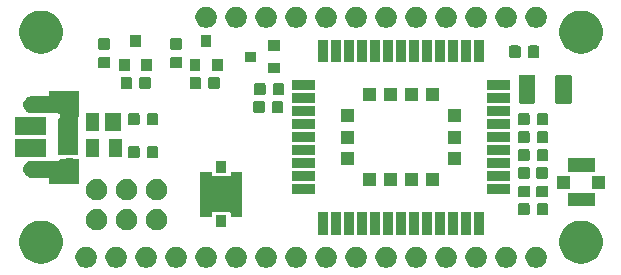
<source format=gbr>
G04 #@! TF.GenerationSoftware,KiCad,Pcbnew,(5.1.5)-3*
G04 #@! TF.CreationDate,2019-12-24T16:56:50-08:00*
G04 #@! TF.ProjectId,NBIoT Wing,4e42496f-5420-4576-996e-672e6b696361,rev?*
G04 #@! TF.SameCoordinates,Original*
G04 #@! TF.FileFunction,Soldermask,Top*
G04 #@! TF.FilePolarity,Negative*
%FSLAX46Y46*%
G04 Gerber Fmt 4.6, Leading zero omitted, Abs format (unit mm)*
G04 Created by KiCad (PCBNEW (5.1.5)-3) date 2019-12-24 16:56:50*
%MOMM*%
%LPD*%
G04 APERTURE LIST*
%ADD10C,0.100000*%
G04 APERTURE END LIST*
D10*
G36*
X136003512Y-109593927D02*
G01*
X136152812Y-109623624D01*
X136316784Y-109691544D01*
X136464354Y-109790147D01*
X136589853Y-109915646D01*
X136688456Y-110063216D01*
X136756376Y-110227188D01*
X136791000Y-110401259D01*
X136791000Y-110578741D01*
X136756376Y-110752812D01*
X136688456Y-110916784D01*
X136589853Y-111064354D01*
X136464354Y-111189853D01*
X136316784Y-111288456D01*
X136152812Y-111356376D01*
X136003512Y-111386073D01*
X135978742Y-111391000D01*
X135801258Y-111391000D01*
X135776488Y-111386073D01*
X135627188Y-111356376D01*
X135463216Y-111288456D01*
X135315646Y-111189853D01*
X135190147Y-111064354D01*
X135091544Y-110916784D01*
X135023624Y-110752812D01*
X134989000Y-110578741D01*
X134989000Y-110401259D01*
X135023624Y-110227188D01*
X135091544Y-110063216D01*
X135190147Y-109915646D01*
X135315646Y-109790147D01*
X135463216Y-109691544D01*
X135627188Y-109623624D01*
X135776488Y-109593927D01*
X135801258Y-109589000D01*
X135978742Y-109589000D01*
X136003512Y-109593927D01*
G37*
G36*
X156323512Y-109593927D02*
G01*
X156472812Y-109623624D01*
X156636784Y-109691544D01*
X156784354Y-109790147D01*
X156909853Y-109915646D01*
X157008456Y-110063216D01*
X157076376Y-110227188D01*
X157111000Y-110401259D01*
X157111000Y-110578741D01*
X157076376Y-110752812D01*
X157008456Y-110916784D01*
X156909853Y-111064354D01*
X156784354Y-111189853D01*
X156636784Y-111288456D01*
X156472812Y-111356376D01*
X156323512Y-111386073D01*
X156298742Y-111391000D01*
X156121258Y-111391000D01*
X156096488Y-111386073D01*
X155947188Y-111356376D01*
X155783216Y-111288456D01*
X155635646Y-111189853D01*
X155510147Y-111064354D01*
X155411544Y-110916784D01*
X155343624Y-110752812D01*
X155309000Y-110578741D01*
X155309000Y-110401259D01*
X155343624Y-110227188D01*
X155411544Y-110063216D01*
X155510147Y-109915646D01*
X155635646Y-109790147D01*
X155783216Y-109691544D01*
X155947188Y-109623624D01*
X156096488Y-109593927D01*
X156121258Y-109589000D01*
X156298742Y-109589000D01*
X156323512Y-109593927D01*
G37*
G36*
X174103512Y-109593927D02*
G01*
X174252812Y-109623624D01*
X174416784Y-109691544D01*
X174564354Y-109790147D01*
X174689853Y-109915646D01*
X174788456Y-110063216D01*
X174856376Y-110227188D01*
X174891000Y-110401259D01*
X174891000Y-110578741D01*
X174856376Y-110752812D01*
X174788456Y-110916784D01*
X174689853Y-111064354D01*
X174564354Y-111189853D01*
X174416784Y-111288456D01*
X174252812Y-111356376D01*
X174103512Y-111386073D01*
X174078742Y-111391000D01*
X173901258Y-111391000D01*
X173876488Y-111386073D01*
X173727188Y-111356376D01*
X173563216Y-111288456D01*
X173415646Y-111189853D01*
X173290147Y-111064354D01*
X173191544Y-110916784D01*
X173123624Y-110752812D01*
X173089000Y-110578741D01*
X173089000Y-110401259D01*
X173123624Y-110227188D01*
X173191544Y-110063216D01*
X173290147Y-109915646D01*
X173415646Y-109790147D01*
X173563216Y-109691544D01*
X173727188Y-109623624D01*
X173876488Y-109593927D01*
X173901258Y-109589000D01*
X174078742Y-109589000D01*
X174103512Y-109593927D01*
G37*
G36*
X169023512Y-109593927D02*
G01*
X169172812Y-109623624D01*
X169336784Y-109691544D01*
X169484354Y-109790147D01*
X169609853Y-109915646D01*
X169708456Y-110063216D01*
X169776376Y-110227188D01*
X169811000Y-110401259D01*
X169811000Y-110578741D01*
X169776376Y-110752812D01*
X169708456Y-110916784D01*
X169609853Y-111064354D01*
X169484354Y-111189853D01*
X169336784Y-111288456D01*
X169172812Y-111356376D01*
X169023512Y-111386073D01*
X168998742Y-111391000D01*
X168821258Y-111391000D01*
X168796488Y-111386073D01*
X168647188Y-111356376D01*
X168483216Y-111288456D01*
X168335646Y-111189853D01*
X168210147Y-111064354D01*
X168111544Y-110916784D01*
X168043624Y-110752812D01*
X168009000Y-110578741D01*
X168009000Y-110401259D01*
X168043624Y-110227188D01*
X168111544Y-110063216D01*
X168210147Y-109915646D01*
X168335646Y-109790147D01*
X168483216Y-109691544D01*
X168647188Y-109623624D01*
X168796488Y-109593927D01*
X168821258Y-109589000D01*
X168998742Y-109589000D01*
X169023512Y-109593927D01*
G37*
G36*
X166483512Y-109593927D02*
G01*
X166632812Y-109623624D01*
X166796784Y-109691544D01*
X166944354Y-109790147D01*
X167069853Y-109915646D01*
X167168456Y-110063216D01*
X167236376Y-110227188D01*
X167271000Y-110401259D01*
X167271000Y-110578741D01*
X167236376Y-110752812D01*
X167168456Y-110916784D01*
X167069853Y-111064354D01*
X166944354Y-111189853D01*
X166796784Y-111288456D01*
X166632812Y-111356376D01*
X166483512Y-111386073D01*
X166458742Y-111391000D01*
X166281258Y-111391000D01*
X166256488Y-111386073D01*
X166107188Y-111356376D01*
X165943216Y-111288456D01*
X165795646Y-111189853D01*
X165670147Y-111064354D01*
X165571544Y-110916784D01*
X165503624Y-110752812D01*
X165469000Y-110578741D01*
X165469000Y-110401259D01*
X165503624Y-110227188D01*
X165571544Y-110063216D01*
X165670147Y-109915646D01*
X165795646Y-109790147D01*
X165943216Y-109691544D01*
X166107188Y-109623624D01*
X166256488Y-109593927D01*
X166281258Y-109589000D01*
X166458742Y-109589000D01*
X166483512Y-109593927D01*
G37*
G36*
X163943512Y-109593927D02*
G01*
X164092812Y-109623624D01*
X164256784Y-109691544D01*
X164404354Y-109790147D01*
X164529853Y-109915646D01*
X164628456Y-110063216D01*
X164696376Y-110227188D01*
X164731000Y-110401259D01*
X164731000Y-110578741D01*
X164696376Y-110752812D01*
X164628456Y-110916784D01*
X164529853Y-111064354D01*
X164404354Y-111189853D01*
X164256784Y-111288456D01*
X164092812Y-111356376D01*
X163943512Y-111386073D01*
X163918742Y-111391000D01*
X163741258Y-111391000D01*
X163716488Y-111386073D01*
X163567188Y-111356376D01*
X163403216Y-111288456D01*
X163255646Y-111189853D01*
X163130147Y-111064354D01*
X163031544Y-110916784D01*
X162963624Y-110752812D01*
X162929000Y-110578741D01*
X162929000Y-110401259D01*
X162963624Y-110227188D01*
X163031544Y-110063216D01*
X163130147Y-109915646D01*
X163255646Y-109790147D01*
X163403216Y-109691544D01*
X163567188Y-109623624D01*
X163716488Y-109593927D01*
X163741258Y-109589000D01*
X163918742Y-109589000D01*
X163943512Y-109593927D01*
G37*
G36*
X161403512Y-109593927D02*
G01*
X161552812Y-109623624D01*
X161716784Y-109691544D01*
X161864354Y-109790147D01*
X161989853Y-109915646D01*
X162088456Y-110063216D01*
X162156376Y-110227188D01*
X162191000Y-110401259D01*
X162191000Y-110578741D01*
X162156376Y-110752812D01*
X162088456Y-110916784D01*
X161989853Y-111064354D01*
X161864354Y-111189853D01*
X161716784Y-111288456D01*
X161552812Y-111356376D01*
X161403512Y-111386073D01*
X161378742Y-111391000D01*
X161201258Y-111391000D01*
X161176488Y-111386073D01*
X161027188Y-111356376D01*
X160863216Y-111288456D01*
X160715646Y-111189853D01*
X160590147Y-111064354D01*
X160491544Y-110916784D01*
X160423624Y-110752812D01*
X160389000Y-110578741D01*
X160389000Y-110401259D01*
X160423624Y-110227188D01*
X160491544Y-110063216D01*
X160590147Y-109915646D01*
X160715646Y-109790147D01*
X160863216Y-109691544D01*
X161027188Y-109623624D01*
X161176488Y-109593927D01*
X161201258Y-109589000D01*
X161378742Y-109589000D01*
X161403512Y-109593927D01*
G37*
G36*
X158863512Y-109593927D02*
G01*
X159012812Y-109623624D01*
X159176784Y-109691544D01*
X159324354Y-109790147D01*
X159449853Y-109915646D01*
X159548456Y-110063216D01*
X159616376Y-110227188D01*
X159651000Y-110401259D01*
X159651000Y-110578741D01*
X159616376Y-110752812D01*
X159548456Y-110916784D01*
X159449853Y-111064354D01*
X159324354Y-111189853D01*
X159176784Y-111288456D01*
X159012812Y-111356376D01*
X158863512Y-111386073D01*
X158838742Y-111391000D01*
X158661258Y-111391000D01*
X158636488Y-111386073D01*
X158487188Y-111356376D01*
X158323216Y-111288456D01*
X158175646Y-111189853D01*
X158050147Y-111064354D01*
X157951544Y-110916784D01*
X157883624Y-110752812D01*
X157849000Y-110578741D01*
X157849000Y-110401259D01*
X157883624Y-110227188D01*
X157951544Y-110063216D01*
X158050147Y-109915646D01*
X158175646Y-109790147D01*
X158323216Y-109691544D01*
X158487188Y-109623624D01*
X158636488Y-109593927D01*
X158661258Y-109589000D01*
X158838742Y-109589000D01*
X158863512Y-109593927D01*
G37*
G36*
X171563512Y-109593927D02*
G01*
X171712812Y-109623624D01*
X171876784Y-109691544D01*
X172024354Y-109790147D01*
X172149853Y-109915646D01*
X172248456Y-110063216D01*
X172316376Y-110227188D01*
X172351000Y-110401259D01*
X172351000Y-110578741D01*
X172316376Y-110752812D01*
X172248456Y-110916784D01*
X172149853Y-111064354D01*
X172024354Y-111189853D01*
X171876784Y-111288456D01*
X171712812Y-111356376D01*
X171563512Y-111386073D01*
X171538742Y-111391000D01*
X171361258Y-111391000D01*
X171336488Y-111386073D01*
X171187188Y-111356376D01*
X171023216Y-111288456D01*
X170875646Y-111189853D01*
X170750147Y-111064354D01*
X170651544Y-110916784D01*
X170583624Y-110752812D01*
X170549000Y-110578741D01*
X170549000Y-110401259D01*
X170583624Y-110227188D01*
X170651544Y-110063216D01*
X170750147Y-109915646D01*
X170875646Y-109790147D01*
X171023216Y-109691544D01*
X171187188Y-109623624D01*
X171336488Y-109593927D01*
X171361258Y-109589000D01*
X171538742Y-109589000D01*
X171563512Y-109593927D01*
G37*
G36*
X151243512Y-109593927D02*
G01*
X151392812Y-109623624D01*
X151556784Y-109691544D01*
X151704354Y-109790147D01*
X151829853Y-109915646D01*
X151928456Y-110063216D01*
X151996376Y-110227188D01*
X152031000Y-110401259D01*
X152031000Y-110578741D01*
X151996376Y-110752812D01*
X151928456Y-110916784D01*
X151829853Y-111064354D01*
X151704354Y-111189853D01*
X151556784Y-111288456D01*
X151392812Y-111356376D01*
X151243512Y-111386073D01*
X151218742Y-111391000D01*
X151041258Y-111391000D01*
X151016488Y-111386073D01*
X150867188Y-111356376D01*
X150703216Y-111288456D01*
X150555646Y-111189853D01*
X150430147Y-111064354D01*
X150331544Y-110916784D01*
X150263624Y-110752812D01*
X150229000Y-110578741D01*
X150229000Y-110401259D01*
X150263624Y-110227188D01*
X150331544Y-110063216D01*
X150430147Y-109915646D01*
X150555646Y-109790147D01*
X150703216Y-109691544D01*
X150867188Y-109623624D01*
X151016488Y-109593927D01*
X151041258Y-109589000D01*
X151218742Y-109589000D01*
X151243512Y-109593927D01*
G37*
G36*
X148703512Y-109593927D02*
G01*
X148852812Y-109623624D01*
X149016784Y-109691544D01*
X149164354Y-109790147D01*
X149289853Y-109915646D01*
X149388456Y-110063216D01*
X149456376Y-110227188D01*
X149491000Y-110401259D01*
X149491000Y-110578741D01*
X149456376Y-110752812D01*
X149388456Y-110916784D01*
X149289853Y-111064354D01*
X149164354Y-111189853D01*
X149016784Y-111288456D01*
X148852812Y-111356376D01*
X148703512Y-111386073D01*
X148678742Y-111391000D01*
X148501258Y-111391000D01*
X148476488Y-111386073D01*
X148327188Y-111356376D01*
X148163216Y-111288456D01*
X148015646Y-111189853D01*
X147890147Y-111064354D01*
X147791544Y-110916784D01*
X147723624Y-110752812D01*
X147689000Y-110578741D01*
X147689000Y-110401259D01*
X147723624Y-110227188D01*
X147791544Y-110063216D01*
X147890147Y-109915646D01*
X148015646Y-109790147D01*
X148163216Y-109691544D01*
X148327188Y-109623624D01*
X148476488Y-109593927D01*
X148501258Y-109589000D01*
X148678742Y-109589000D01*
X148703512Y-109593927D01*
G37*
G36*
X146163512Y-109593927D02*
G01*
X146312812Y-109623624D01*
X146476784Y-109691544D01*
X146624354Y-109790147D01*
X146749853Y-109915646D01*
X146848456Y-110063216D01*
X146916376Y-110227188D01*
X146951000Y-110401259D01*
X146951000Y-110578741D01*
X146916376Y-110752812D01*
X146848456Y-110916784D01*
X146749853Y-111064354D01*
X146624354Y-111189853D01*
X146476784Y-111288456D01*
X146312812Y-111356376D01*
X146163512Y-111386073D01*
X146138742Y-111391000D01*
X145961258Y-111391000D01*
X145936488Y-111386073D01*
X145787188Y-111356376D01*
X145623216Y-111288456D01*
X145475646Y-111189853D01*
X145350147Y-111064354D01*
X145251544Y-110916784D01*
X145183624Y-110752812D01*
X145149000Y-110578741D01*
X145149000Y-110401259D01*
X145183624Y-110227188D01*
X145251544Y-110063216D01*
X145350147Y-109915646D01*
X145475646Y-109790147D01*
X145623216Y-109691544D01*
X145787188Y-109623624D01*
X145936488Y-109593927D01*
X145961258Y-109589000D01*
X146138742Y-109589000D01*
X146163512Y-109593927D01*
G37*
G36*
X143623512Y-109593927D02*
G01*
X143772812Y-109623624D01*
X143936784Y-109691544D01*
X144084354Y-109790147D01*
X144209853Y-109915646D01*
X144308456Y-110063216D01*
X144376376Y-110227188D01*
X144411000Y-110401259D01*
X144411000Y-110578741D01*
X144376376Y-110752812D01*
X144308456Y-110916784D01*
X144209853Y-111064354D01*
X144084354Y-111189853D01*
X143936784Y-111288456D01*
X143772812Y-111356376D01*
X143623512Y-111386073D01*
X143598742Y-111391000D01*
X143421258Y-111391000D01*
X143396488Y-111386073D01*
X143247188Y-111356376D01*
X143083216Y-111288456D01*
X142935646Y-111189853D01*
X142810147Y-111064354D01*
X142711544Y-110916784D01*
X142643624Y-110752812D01*
X142609000Y-110578741D01*
X142609000Y-110401259D01*
X142643624Y-110227188D01*
X142711544Y-110063216D01*
X142810147Y-109915646D01*
X142935646Y-109790147D01*
X143083216Y-109691544D01*
X143247188Y-109623624D01*
X143396488Y-109593927D01*
X143421258Y-109589000D01*
X143598742Y-109589000D01*
X143623512Y-109593927D01*
G37*
G36*
X141083512Y-109593927D02*
G01*
X141232812Y-109623624D01*
X141396784Y-109691544D01*
X141544354Y-109790147D01*
X141669853Y-109915646D01*
X141768456Y-110063216D01*
X141836376Y-110227188D01*
X141871000Y-110401259D01*
X141871000Y-110578741D01*
X141836376Y-110752812D01*
X141768456Y-110916784D01*
X141669853Y-111064354D01*
X141544354Y-111189853D01*
X141396784Y-111288456D01*
X141232812Y-111356376D01*
X141083512Y-111386073D01*
X141058742Y-111391000D01*
X140881258Y-111391000D01*
X140856488Y-111386073D01*
X140707188Y-111356376D01*
X140543216Y-111288456D01*
X140395646Y-111189853D01*
X140270147Y-111064354D01*
X140171544Y-110916784D01*
X140103624Y-110752812D01*
X140069000Y-110578741D01*
X140069000Y-110401259D01*
X140103624Y-110227188D01*
X140171544Y-110063216D01*
X140270147Y-109915646D01*
X140395646Y-109790147D01*
X140543216Y-109691544D01*
X140707188Y-109623624D01*
X140856488Y-109593927D01*
X140881258Y-109589000D01*
X141058742Y-109589000D01*
X141083512Y-109593927D01*
G37*
G36*
X138543512Y-109593927D02*
G01*
X138692812Y-109623624D01*
X138856784Y-109691544D01*
X139004354Y-109790147D01*
X139129853Y-109915646D01*
X139228456Y-110063216D01*
X139296376Y-110227188D01*
X139331000Y-110401259D01*
X139331000Y-110578741D01*
X139296376Y-110752812D01*
X139228456Y-110916784D01*
X139129853Y-111064354D01*
X139004354Y-111189853D01*
X138856784Y-111288456D01*
X138692812Y-111356376D01*
X138543512Y-111386073D01*
X138518742Y-111391000D01*
X138341258Y-111391000D01*
X138316488Y-111386073D01*
X138167188Y-111356376D01*
X138003216Y-111288456D01*
X137855646Y-111189853D01*
X137730147Y-111064354D01*
X137631544Y-110916784D01*
X137563624Y-110752812D01*
X137529000Y-110578741D01*
X137529000Y-110401259D01*
X137563624Y-110227188D01*
X137631544Y-110063216D01*
X137730147Y-109915646D01*
X137855646Y-109790147D01*
X138003216Y-109691544D01*
X138167188Y-109623624D01*
X138316488Y-109593927D01*
X138341258Y-109589000D01*
X138518742Y-109589000D01*
X138543512Y-109593927D01*
G37*
G36*
X153783512Y-109593927D02*
G01*
X153932812Y-109623624D01*
X154096784Y-109691544D01*
X154244354Y-109790147D01*
X154369853Y-109915646D01*
X154468456Y-110063216D01*
X154536376Y-110227188D01*
X154571000Y-110401259D01*
X154571000Y-110578741D01*
X154536376Y-110752812D01*
X154468456Y-110916784D01*
X154369853Y-111064354D01*
X154244354Y-111189853D01*
X154096784Y-111288456D01*
X153932812Y-111356376D01*
X153783512Y-111386073D01*
X153758742Y-111391000D01*
X153581258Y-111391000D01*
X153556488Y-111386073D01*
X153407188Y-111356376D01*
X153243216Y-111288456D01*
X153095646Y-111189853D01*
X152970147Y-111064354D01*
X152871544Y-110916784D01*
X152803624Y-110752812D01*
X152769000Y-110578741D01*
X152769000Y-110401259D01*
X152803624Y-110227188D01*
X152871544Y-110063216D01*
X152970147Y-109915646D01*
X153095646Y-109790147D01*
X153243216Y-109691544D01*
X153407188Y-109623624D01*
X153556488Y-109593927D01*
X153581258Y-109589000D01*
X153758742Y-109589000D01*
X153783512Y-109593927D01*
G37*
G36*
X178044195Y-107403741D02*
G01*
X178333500Y-107461287D01*
X178471373Y-107518396D01*
X178666355Y-107599160D01*
X178666356Y-107599161D01*
X178965920Y-107799323D01*
X179220677Y-108054080D01*
X179220678Y-108054082D01*
X179420840Y-108353645D01*
X179558713Y-108686501D01*
X179629000Y-109039858D01*
X179629000Y-109400142D01*
X179558713Y-109753499D01*
X179420840Y-110086355D01*
X179420839Y-110086356D01*
X179220677Y-110385920D01*
X178965920Y-110640677D01*
X178815120Y-110741438D01*
X178666355Y-110840840D01*
X178483014Y-110916782D01*
X178333500Y-110978713D01*
X178156820Y-111013857D01*
X177980142Y-111049000D01*
X177619858Y-111049000D01*
X177443180Y-111013857D01*
X177266500Y-110978713D01*
X177116986Y-110916782D01*
X176933645Y-110840840D01*
X176784880Y-110741438D01*
X176634080Y-110640677D01*
X176379323Y-110385920D01*
X176179161Y-110086356D01*
X176179160Y-110086355D01*
X176041287Y-109753499D01*
X175971000Y-109400142D01*
X175971000Y-109039858D01*
X176041287Y-108686501D01*
X176179160Y-108353645D01*
X176379322Y-108054082D01*
X176379323Y-108054080D01*
X176634080Y-107799323D01*
X176933644Y-107599161D01*
X176933645Y-107599160D01*
X177128627Y-107518396D01*
X177266500Y-107461287D01*
X177555805Y-107403741D01*
X177619858Y-107391000D01*
X177980142Y-107391000D01*
X178044195Y-107403741D01*
G37*
G36*
X132324195Y-107403741D02*
G01*
X132613500Y-107461287D01*
X132751373Y-107518396D01*
X132946355Y-107599160D01*
X132946356Y-107599161D01*
X133245920Y-107799323D01*
X133500677Y-108054080D01*
X133500678Y-108054082D01*
X133700840Y-108353645D01*
X133838713Y-108686501D01*
X133909000Y-109039858D01*
X133909000Y-109400142D01*
X133838713Y-109753499D01*
X133700840Y-110086355D01*
X133700839Y-110086356D01*
X133500677Y-110385920D01*
X133245920Y-110640677D01*
X133095120Y-110741438D01*
X132946355Y-110840840D01*
X132763014Y-110916782D01*
X132613500Y-110978713D01*
X132436820Y-111013857D01*
X132260142Y-111049000D01*
X131899858Y-111049000D01*
X131723180Y-111013857D01*
X131546500Y-110978713D01*
X131396986Y-110916782D01*
X131213645Y-110840840D01*
X131064880Y-110741438D01*
X130914080Y-110640677D01*
X130659323Y-110385920D01*
X130459161Y-110086356D01*
X130459160Y-110086355D01*
X130321287Y-109753499D01*
X130251000Y-109400142D01*
X130251000Y-109039858D01*
X130321287Y-108686501D01*
X130459160Y-108353645D01*
X130659322Y-108054082D01*
X130659323Y-108054080D01*
X130914080Y-107799323D01*
X131213644Y-107599161D01*
X131213645Y-107599160D01*
X131408627Y-107518396D01*
X131546500Y-107461287D01*
X131835805Y-107403741D01*
X131899858Y-107391000D01*
X132260142Y-107391000D01*
X132324195Y-107403741D01*
G37*
G36*
X164061000Y-108581000D02*
G01*
X163259000Y-108581000D01*
X163259000Y-106679000D01*
X164061000Y-106679000D01*
X164061000Y-108581000D01*
G37*
G36*
X160761000Y-108581000D02*
G01*
X159959000Y-108581000D01*
X159959000Y-106679000D01*
X160761000Y-106679000D01*
X160761000Y-108581000D01*
G37*
G36*
X168461000Y-108581000D02*
G01*
X167659000Y-108581000D01*
X167659000Y-106679000D01*
X168461000Y-106679000D01*
X168461000Y-108581000D01*
G37*
G36*
X167361000Y-108581000D02*
G01*
X166559000Y-108581000D01*
X166559000Y-106679000D01*
X167361000Y-106679000D01*
X167361000Y-108581000D01*
G37*
G36*
X166261000Y-108581000D02*
G01*
X165459000Y-108581000D01*
X165459000Y-106679000D01*
X166261000Y-106679000D01*
X166261000Y-108581000D01*
G37*
G36*
X165161000Y-108581000D02*
G01*
X164359000Y-108581000D01*
X164359000Y-106679000D01*
X165161000Y-106679000D01*
X165161000Y-108581000D01*
G37*
G36*
X162961000Y-108581000D02*
G01*
X162159000Y-108581000D01*
X162159000Y-106679000D01*
X162961000Y-106679000D01*
X162961000Y-108581000D01*
G37*
G36*
X161861000Y-108581000D02*
G01*
X161059000Y-108581000D01*
X161059000Y-106679000D01*
X161861000Y-106679000D01*
X161861000Y-108581000D01*
G37*
G36*
X159661000Y-108581000D02*
G01*
X158859000Y-108581000D01*
X158859000Y-106679000D01*
X159661000Y-106679000D01*
X159661000Y-108581000D01*
G37*
G36*
X158561000Y-108581000D02*
G01*
X157759000Y-108581000D01*
X157759000Y-106679000D01*
X158561000Y-106679000D01*
X158561000Y-108581000D01*
G37*
G36*
X157461000Y-108581000D02*
G01*
X156659000Y-108581000D01*
X156659000Y-106679000D01*
X157461000Y-106679000D01*
X157461000Y-108581000D01*
G37*
G36*
X156361000Y-108581000D02*
G01*
X155559000Y-108581000D01*
X155559000Y-106679000D01*
X156361000Y-106679000D01*
X156361000Y-108581000D01*
G37*
G36*
X169561000Y-108581000D02*
G01*
X168759000Y-108581000D01*
X168759000Y-106679000D01*
X169561000Y-106679000D01*
X169561000Y-108581000D01*
G37*
G36*
X141972512Y-106418927D02*
G01*
X142121812Y-106448624D01*
X142285784Y-106516544D01*
X142433354Y-106615147D01*
X142558853Y-106740646D01*
X142657456Y-106888216D01*
X142725376Y-107052188D01*
X142760000Y-107226259D01*
X142760000Y-107403741D01*
X142725376Y-107577812D01*
X142657456Y-107741784D01*
X142558853Y-107889354D01*
X142433354Y-108014853D01*
X142285784Y-108113456D01*
X142121812Y-108181376D01*
X141972512Y-108211073D01*
X141947742Y-108216000D01*
X141770258Y-108216000D01*
X141745488Y-108211073D01*
X141596188Y-108181376D01*
X141432216Y-108113456D01*
X141284646Y-108014853D01*
X141159147Y-107889354D01*
X141060544Y-107741784D01*
X140992624Y-107577812D01*
X140958000Y-107403741D01*
X140958000Y-107226259D01*
X140992624Y-107052188D01*
X141060544Y-106888216D01*
X141159147Y-106740646D01*
X141284646Y-106615147D01*
X141432216Y-106516544D01*
X141596188Y-106448624D01*
X141745488Y-106418927D01*
X141770258Y-106414000D01*
X141947742Y-106414000D01*
X141972512Y-106418927D01*
G37*
G36*
X139432512Y-106418927D02*
G01*
X139581812Y-106448624D01*
X139745784Y-106516544D01*
X139893354Y-106615147D01*
X140018853Y-106740646D01*
X140117456Y-106888216D01*
X140185376Y-107052188D01*
X140220000Y-107226259D01*
X140220000Y-107403741D01*
X140185376Y-107577812D01*
X140117456Y-107741784D01*
X140018853Y-107889354D01*
X139893354Y-108014853D01*
X139745784Y-108113456D01*
X139581812Y-108181376D01*
X139432512Y-108211073D01*
X139407742Y-108216000D01*
X139230258Y-108216000D01*
X139205488Y-108211073D01*
X139056188Y-108181376D01*
X138892216Y-108113456D01*
X138744646Y-108014853D01*
X138619147Y-107889354D01*
X138520544Y-107741784D01*
X138452624Y-107577812D01*
X138418000Y-107403741D01*
X138418000Y-107226259D01*
X138452624Y-107052188D01*
X138520544Y-106888216D01*
X138619147Y-106740646D01*
X138744646Y-106615147D01*
X138892216Y-106516544D01*
X139056188Y-106448624D01*
X139205488Y-106418927D01*
X139230258Y-106414000D01*
X139407742Y-106414000D01*
X139432512Y-106418927D01*
G37*
G36*
X136892512Y-106418927D02*
G01*
X137041812Y-106448624D01*
X137205784Y-106516544D01*
X137353354Y-106615147D01*
X137478853Y-106740646D01*
X137577456Y-106888216D01*
X137645376Y-107052188D01*
X137680000Y-107226259D01*
X137680000Y-107403741D01*
X137645376Y-107577812D01*
X137577456Y-107741784D01*
X137478853Y-107889354D01*
X137353354Y-108014853D01*
X137205784Y-108113456D01*
X137041812Y-108181376D01*
X136892512Y-108211073D01*
X136867742Y-108216000D01*
X136690258Y-108216000D01*
X136665488Y-108211073D01*
X136516188Y-108181376D01*
X136352216Y-108113456D01*
X136204646Y-108014853D01*
X136079147Y-107889354D01*
X135980544Y-107741784D01*
X135912624Y-107577812D01*
X135878000Y-107403741D01*
X135878000Y-107226259D01*
X135912624Y-107052188D01*
X135980544Y-106888216D01*
X136079147Y-106740646D01*
X136204646Y-106615147D01*
X136352216Y-106516544D01*
X136516188Y-106448624D01*
X136665488Y-106418927D01*
X136690258Y-106414000D01*
X136867742Y-106414000D01*
X136892512Y-106418927D01*
G37*
G36*
X147741000Y-107957000D02*
G01*
X146899000Y-107957000D01*
X146899000Y-106955000D01*
X147741000Y-106955000D01*
X147741000Y-107957000D01*
G37*
G36*
X146521000Y-103530001D02*
G01*
X146523402Y-103554387D01*
X146530515Y-103577836D01*
X146542066Y-103599447D01*
X146557611Y-103618389D01*
X146576553Y-103633934D01*
X146598164Y-103645485D01*
X146621613Y-103652598D01*
X146645999Y-103655000D01*
X147994001Y-103655000D01*
X148018387Y-103652598D01*
X148041836Y-103645485D01*
X148063447Y-103633934D01*
X148082389Y-103618389D01*
X148097934Y-103599447D01*
X148109485Y-103577836D01*
X148116598Y-103554387D01*
X148119000Y-103530001D01*
X148119000Y-103235000D01*
X149121000Y-103235000D01*
X149121000Y-107077000D01*
X148119000Y-107077000D01*
X148119000Y-106781999D01*
X148116598Y-106757613D01*
X148109485Y-106734164D01*
X148097934Y-106712553D01*
X148082389Y-106693611D01*
X148063447Y-106678066D01*
X148041836Y-106666515D01*
X148018387Y-106659402D01*
X147994001Y-106657000D01*
X146645999Y-106657000D01*
X146621613Y-106659402D01*
X146598164Y-106666515D01*
X146576553Y-106678066D01*
X146557611Y-106693611D01*
X146542066Y-106712553D01*
X146530515Y-106734164D01*
X146523402Y-106757613D01*
X146521000Y-106781999D01*
X146521000Y-107077000D01*
X145519000Y-107077000D01*
X145519000Y-103235000D01*
X146521000Y-103235000D01*
X146521000Y-103530001D01*
G37*
G36*
X174865591Y-105904085D02*
G01*
X174899569Y-105914393D01*
X174930890Y-105931134D01*
X174958339Y-105953661D01*
X174980866Y-105981110D01*
X174997607Y-106012431D01*
X175007915Y-106046409D01*
X175012000Y-106087890D01*
X175012000Y-106764110D01*
X175007915Y-106805591D01*
X174997607Y-106839569D01*
X174980866Y-106870890D01*
X174958339Y-106898339D01*
X174930890Y-106920866D01*
X174899569Y-106937607D01*
X174865591Y-106947915D01*
X174824110Y-106952000D01*
X174222890Y-106952000D01*
X174181409Y-106947915D01*
X174147431Y-106937607D01*
X174116110Y-106920866D01*
X174088661Y-106898339D01*
X174066134Y-106870890D01*
X174049393Y-106839569D01*
X174039085Y-106805591D01*
X174035000Y-106764110D01*
X174035000Y-106087890D01*
X174039085Y-106046409D01*
X174049393Y-106012431D01*
X174066134Y-105981110D01*
X174088661Y-105953661D01*
X174116110Y-105931134D01*
X174147431Y-105914393D01*
X174181409Y-105904085D01*
X174222890Y-105900000D01*
X174824110Y-105900000D01*
X174865591Y-105904085D01*
G37*
G36*
X173290591Y-105904085D02*
G01*
X173324569Y-105914393D01*
X173355890Y-105931134D01*
X173383339Y-105953661D01*
X173405866Y-105981110D01*
X173422607Y-106012431D01*
X173432915Y-106046409D01*
X173437000Y-106087890D01*
X173437000Y-106764110D01*
X173432915Y-106805591D01*
X173422607Y-106839569D01*
X173405866Y-106870890D01*
X173383339Y-106898339D01*
X173355890Y-106920866D01*
X173324569Y-106937607D01*
X173290591Y-106947915D01*
X173249110Y-106952000D01*
X172647890Y-106952000D01*
X172606409Y-106947915D01*
X172572431Y-106937607D01*
X172541110Y-106920866D01*
X172513661Y-106898339D01*
X172491134Y-106870890D01*
X172474393Y-106839569D01*
X172464085Y-106805591D01*
X172460000Y-106764110D01*
X172460000Y-106087890D01*
X172464085Y-106046409D01*
X172474393Y-106012431D01*
X172491134Y-105981110D01*
X172513661Y-105953661D01*
X172541110Y-105931134D01*
X172572431Y-105914393D01*
X172606409Y-105904085D01*
X172647890Y-105900000D01*
X173249110Y-105900000D01*
X173290591Y-105904085D01*
G37*
G36*
X178951000Y-106191000D02*
G01*
X176649000Y-106191000D01*
X176649000Y-105039000D01*
X178951000Y-105039000D01*
X178951000Y-106191000D01*
G37*
G36*
X139432512Y-103878927D02*
G01*
X139581812Y-103908624D01*
X139745784Y-103976544D01*
X139893354Y-104075147D01*
X140018853Y-104200646D01*
X140117456Y-104348216D01*
X140185376Y-104512188D01*
X140208191Y-104626890D01*
X140219402Y-104683250D01*
X140220000Y-104686259D01*
X140220000Y-104863741D01*
X140185376Y-105037812D01*
X140117456Y-105201784D01*
X140018853Y-105349354D01*
X139893354Y-105474853D01*
X139745784Y-105573456D01*
X139581812Y-105641376D01*
X139432512Y-105671073D01*
X139407742Y-105676000D01*
X139230258Y-105676000D01*
X139205488Y-105671073D01*
X139056188Y-105641376D01*
X138892216Y-105573456D01*
X138744646Y-105474853D01*
X138619147Y-105349354D01*
X138520544Y-105201784D01*
X138452624Y-105037812D01*
X138418000Y-104863741D01*
X138418000Y-104686259D01*
X138418599Y-104683250D01*
X138429809Y-104626890D01*
X138452624Y-104512188D01*
X138520544Y-104348216D01*
X138619147Y-104200646D01*
X138744646Y-104075147D01*
X138892216Y-103976544D01*
X139056188Y-103908624D01*
X139205488Y-103878927D01*
X139230258Y-103874000D01*
X139407742Y-103874000D01*
X139432512Y-103878927D01*
G37*
G36*
X136892512Y-103878927D02*
G01*
X137041812Y-103908624D01*
X137205784Y-103976544D01*
X137353354Y-104075147D01*
X137478853Y-104200646D01*
X137577456Y-104348216D01*
X137645376Y-104512188D01*
X137668191Y-104626890D01*
X137679402Y-104683250D01*
X137680000Y-104686259D01*
X137680000Y-104863741D01*
X137645376Y-105037812D01*
X137577456Y-105201784D01*
X137478853Y-105349354D01*
X137353354Y-105474853D01*
X137205784Y-105573456D01*
X137041812Y-105641376D01*
X136892512Y-105671073D01*
X136867742Y-105676000D01*
X136690258Y-105676000D01*
X136665488Y-105671073D01*
X136516188Y-105641376D01*
X136352216Y-105573456D01*
X136204646Y-105474853D01*
X136079147Y-105349354D01*
X135980544Y-105201784D01*
X135912624Y-105037812D01*
X135878000Y-104863741D01*
X135878000Y-104686259D01*
X135878599Y-104683250D01*
X135889809Y-104626890D01*
X135912624Y-104512188D01*
X135980544Y-104348216D01*
X136079147Y-104200646D01*
X136204646Y-104075147D01*
X136352216Y-103976544D01*
X136516188Y-103908624D01*
X136665488Y-103878927D01*
X136690258Y-103874000D01*
X136867742Y-103874000D01*
X136892512Y-103878927D01*
G37*
G36*
X141972512Y-103878927D02*
G01*
X142121812Y-103908624D01*
X142285784Y-103976544D01*
X142433354Y-104075147D01*
X142558853Y-104200646D01*
X142657456Y-104348216D01*
X142725376Y-104512188D01*
X142748191Y-104626890D01*
X142759402Y-104683250D01*
X142760000Y-104686259D01*
X142760000Y-104863741D01*
X142725376Y-105037812D01*
X142657456Y-105201784D01*
X142558853Y-105349354D01*
X142433354Y-105474853D01*
X142285784Y-105573456D01*
X142121812Y-105641376D01*
X141972512Y-105671073D01*
X141947742Y-105676000D01*
X141770258Y-105676000D01*
X141745488Y-105671073D01*
X141596188Y-105641376D01*
X141432216Y-105573456D01*
X141284646Y-105474853D01*
X141159147Y-105349354D01*
X141060544Y-105201784D01*
X140992624Y-105037812D01*
X140958000Y-104863741D01*
X140958000Y-104686259D01*
X140958599Y-104683250D01*
X140969809Y-104626890D01*
X140992624Y-104512188D01*
X141060544Y-104348216D01*
X141159147Y-104200646D01*
X141284646Y-104075147D01*
X141432216Y-103976544D01*
X141596188Y-103908624D01*
X141745488Y-103878927D01*
X141770258Y-103874000D01*
X141947742Y-103874000D01*
X141972512Y-103878927D01*
G37*
G36*
X174877591Y-104443085D02*
G01*
X174911569Y-104453393D01*
X174942890Y-104470134D01*
X174970339Y-104492661D01*
X174992866Y-104520110D01*
X175009607Y-104551431D01*
X175019915Y-104585409D01*
X175024000Y-104626890D01*
X175024000Y-105228110D01*
X175019915Y-105269591D01*
X175009607Y-105303569D01*
X174992866Y-105334890D01*
X174970339Y-105362339D01*
X174942890Y-105384866D01*
X174911569Y-105401607D01*
X174877591Y-105411915D01*
X174836110Y-105416000D01*
X174159890Y-105416000D01*
X174118409Y-105411915D01*
X174084431Y-105401607D01*
X174053110Y-105384866D01*
X174025661Y-105362339D01*
X174003134Y-105334890D01*
X173986393Y-105303569D01*
X173976085Y-105269591D01*
X173972000Y-105228110D01*
X173972000Y-104626890D01*
X173976085Y-104585409D01*
X173986393Y-104551431D01*
X174003134Y-104520110D01*
X174025661Y-104492661D01*
X174053110Y-104470134D01*
X174084431Y-104453393D01*
X174118409Y-104443085D01*
X174159890Y-104439000D01*
X174836110Y-104439000D01*
X174877591Y-104443085D01*
G37*
G36*
X173353591Y-104443085D02*
G01*
X173387569Y-104453393D01*
X173418890Y-104470134D01*
X173446339Y-104492661D01*
X173468866Y-104520110D01*
X173485607Y-104551431D01*
X173495915Y-104585409D01*
X173500000Y-104626890D01*
X173500000Y-105228110D01*
X173495915Y-105269591D01*
X173485607Y-105303569D01*
X173468866Y-105334890D01*
X173446339Y-105362339D01*
X173418890Y-105384866D01*
X173387569Y-105401607D01*
X173353591Y-105411915D01*
X173312110Y-105416000D01*
X172635890Y-105416000D01*
X172594409Y-105411915D01*
X172560431Y-105401607D01*
X172529110Y-105384866D01*
X172501661Y-105362339D01*
X172479134Y-105334890D01*
X172462393Y-105303569D01*
X172452085Y-105269591D01*
X172448000Y-105228110D01*
X172448000Y-104626890D01*
X172452085Y-104585409D01*
X172462393Y-104551431D01*
X172479134Y-104520110D01*
X172501661Y-104492661D01*
X172529110Y-104470134D01*
X172560431Y-104453393D01*
X172594409Y-104443085D01*
X172635890Y-104439000D01*
X173312110Y-104439000D01*
X173353591Y-104443085D01*
G37*
G36*
X171761000Y-105131000D02*
G01*
X169859000Y-105131000D01*
X169859000Y-104329000D01*
X171761000Y-104329000D01*
X171761000Y-105131000D01*
G37*
G36*
X155261000Y-105131000D02*
G01*
X153359000Y-105131000D01*
X153359000Y-104329000D01*
X155261000Y-104329000D01*
X155261000Y-105131000D01*
G37*
G36*
X176851000Y-104691000D02*
G01*
X175749000Y-104691000D01*
X175749000Y-103589000D01*
X176851000Y-103589000D01*
X176851000Y-104691000D01*
G37*
G36*
X179851000Y-104691000D02*
G01*
X178749000Y-104691000D01*
X178749000Y-103589000D01*
X179851000Y-103589000D01*
X179851000Y-104691000D01*
G37*
G36*
X164011000Y-104481000D02*
G01*
X162909000Y-104481000D01*
X162909000Y-103379000D01*
X164011000Y-103379000D01*
X164011000Y-104481000D01*
G37*
G36*
X165811000Y-104481000D02*
G01*
X164709000Y-104481000D01*
X164709000Y-103379000D01*
X165811000Y-103379000D01*
X165811000Y-104481000D01*
G37*
G36*
X160411000Y-104481000D02*
G01*
X159309000Y-104481000D01*
X159309000Y-103379000D01*
X160411000Y-103379000D01*
X160411000Y-104481000D01*
G37*
G36*
X162211000Y-104481000D02*
G01*
X161109000Y-104481000D01*
X161109000Y-103379000D01*
X162211000Y-103379000D01*
X162211000Y-104481000D01*
G37*
G36*
X134790818Y-102132696D02*
G01*
X134843300Y-102148617D01*
X134867333Y-102153398D01*
X134879586Y-102154000D01*
X135274000Y-102154000D01*
X135274000Y-102689341D01*
X135274602Y-102701593D01*
X135276907Y-102725000D01*
X135274602Y-102748407D01*
X135274000Y-102760659D01*
X135274000Y-104256000D01*
X133678999Y-104256000D01*
X133654613Y-104258402D01*
X133631164Y-104265515D01*
X133625579Y-104268500D01*
X132752000Y-104268500D01*
X132752000Y-103905999D01*
X132749598Y-103881613D01*
X132742485Y-103858164D01*
X132730934Y-103836553D01*
X132715389Y-103817611D01*
X132696447Y-103802066D01*
X132674836Y-103790515D01*
X132651387Y-103783402D01*
X132627001Y-103781000D01*
X131298653Y-103781000D01*
X131296447Y-103779190D01*
X131274836Y-103767639D01*
X131251387Y-103760526D01*
X131239255Y-103758726D01*
X131155679Y-103750495D01*
X131018828Y-103708981D01*
X131018825Y-103708980D01*
X130892706Y-103641568D01*
X130782157Y-103550843D01*
X130691432Y-103440294D01*
X130624020Y-103314175D01*
X130614544Y-103282937D01*
X130582505Y-103177321D01*
X130568488Y-103035000D01*
X130582505Y-102892679D01*
X130624019Y-102755828D01*
X130624020Y-102755825D01*
X130691432Y-102629706D01*
X130782157Y-102519157D01*
X130892706Y-102428432D01*
X131018825Y-102361020D01*
X131038670Y-102355000D01*
X131155679Y-102319505D01*
X131226787Y-102312502D01*
X131262340Y-102309000D01*
X131683660Y-102309000D01*
X131790322Y-102319505D01*
X131803876Y-102323617D01*
X131827909Y-102328398D01*
X131840162Y-102329000D01*
X133547001Y-102329000D01*
X133571387Y-102326598D01*
X133594836Y-102319485D01*
X133616447Y-102307934D01*
X133635389Y-102292389D01*
X133650934Y-102273447D01*
X133662485Y-102251836D01*
X133669598Y-102228387D01*
X133672000Y-102204001D01*
X133672000Y-102154000D01*
X134066414Y-102154000D01*
X134090800Y-102151598D01*
X134102700Y-102148617D01*
X134155182Y-102132696D01*
X134243481Y-102124000D01*
X134702519Y-102124000D01*
X134790818Y-102132696D01*
G37*
G36*
X171761000Y-104031000D02*
G01*
X169859000Y-104031000D01*
X169859000Y-103229000D01*
X171761000Y-103229000D01*
X171761000Y-104031000D01*
G37*
G36*
X155261000Y-104031000D02*
G01*
X153359000Y-104031000D01*
X153359000Y-103229000D01*
X155261000Y-103229000D01*
X155261000Y-104031000D01*
G37*
G36*
X173353591Y-102868085D02*
G01*
X173387569Y-102878393D01*
X173418890Y-102895134D01*
X173446339Y-102917661D01*
X173468866Y-102945110D01*
X173485607Y-102976431D01*
X173495915Y-103010409D01*
X173500000Y-103051890D01*
X173500000Y-103653110D01*
X173495915Y-103694591D01*
X173485607Y-103728569D01*
X173468866Y-103759890D01*
X173446339Y-103787339D01*
X173418890Y-103809866D01*
X173387569Y-103826607D01*
X173353591Y-103836915D01*
X173312110Y-103841000D01*
X172635890Y-103841000D01*
X172594409Y-103836915D01*
X172560431Y-103826607D01*
X172529110Y-103809866D01*
X172501661Y-103787339D01*
X172479134Y-103759890D01*
X172462393Y-103728569D01*
X172452085Y-103694591D01*
X172448000Y-103653110D01*
X172448000Y-103051890D01*
X172452085Y-103010409D01*
X172462393Y-102976431D01*
X172479134Y-102945110D01*
X172501661Y-102917661D01*
X172529110Y-102895134D01*
X172560431Y-102878393D01*
X172594409Y-102868085D01*
X172635890Y-102864000D01*
X173312110Y-102864000D01*
X173353591Y-102868085D01*
G37*
G36*
X174877591Y-102868085D02*
G01*
X174911569Y-102878393D01*
X174942890Y-102895134D01*
X174970339Y-102917661D01*
X174992866Y-102945110D01*
X175009607Y-102976431D01*
X175019915Y-103010409D01*
X175024000Y-103051890D01*
X175024000Y-103653110D01*
X175019915Y-103694591D01*
X175009607Y-103728569D01*
X174992866Y-103759890D01*
X174970339Y-103787339D01*
X174942890Y-103809866D01*
X174911569Y-103826607D01*
X174877591Y-103836915D01*
X174836110Y-103841000D01*
X174159890Y-103841000D01*
X174118409Y-103836915D01*
X174084431Y-103826607D01*
X174053110Y-103809866D01*
X174025661Y-103787339D01*
X174003134Y-103759890D01*
X173986393Y-103728569D01*
X173976085Y-103694591D01*
X173972000Y-103653110D01*
X173972000Y-103051890D01*
X173976085Y-103010409D01*
X173986393Y-102976431D01*
X174003134Y-102945110D01*
X174025661Y-102917661D01*
X174053110Y-102895134D01*
X174084431Y-102878393D01*
X174118409Y-102868085D01*
X174159890Y-102864000D01*
X174836110Y-102864000D01*
X174877591Y-102868085D01*
G37*
G36*
X147741000Y-103357000D02*
G01*
X146899000Y-103357000D01*
X146899000Y-102355000D01*
X147741000Y-102355000D01*
X147741000Y-103357000D01*
G37*
G36*
X178951000Y-103241000D02*
G01*
X176649000Y-103241000D01*
X176649000Y-102089000D01*
X178951000Y-102089000D01*
X178951000Y-103241000D01*
G37*
G36*
X171761000Y-102931000D02*
G01*
X169859000Y-102931000D01*
X169859000Y-102129000D01*
X171761000Y-102129000D01*
X171761000Y-102931000D01*
G37*
G36*
X155261000Y-102931000D02*
G01*
X153359000Y-102931000D01*
X153359000Y-102129000D01*
X155261000Y-102129000D01*
X155261000Y-102931000D01*
G37*
G36*
X158611000Y-102681000D02*
G01*
X157509000Y-102681000D01*
X157509000Y-101579000D01*
X158611000Y-101579000D01*
X158611000Y-102681000D01*
G37*
G36*
X167611000Y-102681000D02*
G01*
X166509000Y-102681000D01*
X166509000Y-101579000D01*
X167611000Y-101579000D01*
X167611000Y-102681000D01*
G37*
G36*
X173290591Y-101332085D02*
G01*
X173324569Y-101342393D01*
X173355890Y-101359134D01*
X173383339Y-101381661D01*
X173405866Y-101409110D01*
X173422607Y-101440431D01*
X173432915Y-101474409D01*
X173437000Y-101515890D01*
X173437000Y-102192110D01*
X173432915Y-102233591D01*
X173422607Y-102267569D01*
X173405866Y-102298890D01*
X173383339Y-102326339D01*
X173355890Y-102348866D01*
X173324569Y-102365607D01*
X173290591Y-102375915D01*
X173249110Y-102380000D01*
X172647890Y-102380000D01*
X172606409Y-102375915D01*
X172572431Y-102365607D01*
X172541110Y-102348866D01*
X172513661Y-102326339D01*
X172491134Y-102298890D01*
X172474393Y-102267569D01*
X172464085Y-102233591D01*
X172460000Y-102192110D01*
X172460000Y-101515890D01*
X172464085Y-101474409D01*
X172474393Y-101440431D01*
X172491134Y-101409110D01*
X172513661Y-101381661D01*
X172541110Y-101359134D01*
X172572431Y-101342393D01*
X172606409Y-101332085D01*
X172647890Y-101328000D01*
X173249110Y-101328000D01*
X173290591Y-101332085D01*
G37*
G36*
X174865591Y-101332085D02*
G01*
X174899569Y-101342393D01*
X174930890Y-101359134D01*
X174958339Y-101381661D01*
X174980866Y-101409110D01*
X174997607Y-101440431D01*
X175007915Y-101474409D01*
X175012000Y-101515890D01*
X175012000Y-102192110D01*
X175007915Y-102233591D01*
X174997607Y-102267569D01*
X174980866Y-102298890D01*
X174958339Y-102326339D01*
X174930890Y-102348866D01*
X174899569Y-102365607D01*
X174865591Y-102375915D01*
X174824110Y-102380000D01*
X174222890Y-102380000D01*
X174181409Y-102375915D01*
X174147431Y-102365607D01*
X174116110Y-102348866D01*
X174088661Y-102326339D01*
X174066134Y-102298890D01*
X174049393Y-102267569D01*
X174039085Y-102233591D01*
X174035000Y-102192110D01*
X174035000Y-101515890D01*
X174039085Y-101474409D01*
X174049393Y-101440431D01*
X174066134Y-101409110D01*
X174088661Y-101381661D01*
X174116110Y-101359134D01*
X174147431Y-101342393D01*
X174181409Y-101332085D01*
X174222890Y-101328000D01*
X174824110Y-101328000D01*
X174865591Y-101332085D01*
G37*
G36*
X141845591Y-101078085D02*
G01*
X141879569Y-101088393D01*
X141910890Y-101105134D01*
X141938339Y-101127661D01*
X141960866Y-101155110D01*
X141977607Y-101186431D01*
X141987915Y-101220409D01*
X141992000Y-101261890D01*
X141992000Y-101938110D01*
X141987915Y-101979591D01*
X141977607Y-102013569D01*
X141960866Y-102044890D01*
X141938339Y-102072339D01*
X141910890Y-102094866D01*
X141879569Y-102111607D01*
X141845591Y-102121915D01*
X141804110Y-102126000D01*
X141202890Y-102126000D01*
X141161409Y-102121915D01*
X141127431Y-102111607D01*
X141096110Y-102094866D01*
X141068661Y-102072339D01*
X141046134Y-102044890D01*
X141029393Y-102013569D01*
X141019085Y-101979591D01*
X141015000Y-101938110D01*
X141015000Y-101261890D01*
X141019085Y-101220409D01*
X141029393Y-101186431D01*
X141046134Y-101155110D01*
X141068661Y-101127661D01*
X141096110Y-101105134D01*
X141127431Y-101088393D01*
X141161409Y-101078085D01*
X141202890Y-101074000D01*
X141804110Y-101074000D01*
X141845591Y-101078085D01*
G37*
G36*
X140270591Y-101078085D02*
G01*
X140304569Y-101088393D01*
X140335890Y-101105134D01*
X140363339Y-101127661D01*
X140385866Y-101155110D01*
X140402607Y-101186431D01*
X140412915Y-101220409D01*
X140417000Y-101261890D01*
X140417000Y-101938110D01*
X140412915Y-101979591D01*
X140402607Y-102013569D01*
X140385866Y-102044890D01*
X140363339Y-102072339D01*
X140335890Y-102094866D01*
X140304569Y-102111607D01*
X140270591Y-102121915D01*
X140229110Y-102126000D01*
X139627890Y-102126000D01*
X139586409Y-102121915D01*
X139552431Y-102111607D01*
X139521110Y-102094866D01*
X139493661Y-102072339D01*
X139471134Y-102044890D01*
X139454393Y-102013569D01*
X139444085Y-101979591D01*
X139440000Y-101938110D01*
X139440000Y-101261890D01*
X139444085Y-101220409D01*
X139454393Y-101186431D01*
X139471134Y-101155110D01*
X139493661Y-101127661D01*
X139521110Y-101105134D01*
X139552431Y-101088393D01*
X139586409Y-101078085D01*
X139627890Y-101074000D01*
X140229110Y-101074000D01*
X140270591Y-101078085D01*
G37*
G36*
X132504000Y-102031000D02*
G01*
X129902000Y-102031000D01*
X129902000Y-100499000D01*
X132504000Y-100499000D01*
X132504000Y-102031000D01*
G37*
G36*
X138907000Y-102011000D02*
G01*
X137805000Y-102011000D01*
X137805000Y-100509000D01*
X138907000Y-100509000D01*
X138907000Y-102011000D01*
G37*
G36*
X137007000Y-102011000D02*
G01*
X135905000Y-102011000D01*
X135905000Y-100509000D01*
X137007000Y-100509000D01*
X137007000Y-102011000D01*
G37*
G36*
X133631164Y-96394485D02*
G01*
X133654613Y-96401598D01*
X133678999Y-96404000D01*
X135254000Y-96404000D01*
X135254000Y-97711379D01*
X135256402Y-97735765D01*
X135259383Y-97747665D01*
X135265304Y-97767182D01*
X135276907Y-97885000D01*
X135265304Y-98002818D01*
X135259383Y-98022335D01*
X135254602Y-98046368D01*
X135254000Y-98058621D01*
X135254000Y-98556759D01*
X135250066Y-98561553D01*
X135238515Y-98583164D01*
X135231402Y-98606613D01*
X135229000Y-98630999D01*
X135229000Y-101856000D01*
X133477000Y-101856000D01*
X133477000Y-98754000D01*
X133527001Y-98754000D01*
X133551387Y-98751598D01*
X133574836Y-98744485D01*
X133596447Y-98732934D01*
X133615389Y-98717389D01*
X133630934Y-98698447D01*
X133642485Y-98676836D01*
X133649598Y-98653387D01*
X133652000Y-98629001D01*
X133652000Y-98443499D01*
X133649598Y-98419113D01*
X133642485Y-98395664D01*
X133630934Y-98374053D01*
X133615389Y-98355111D01*
X133596447Y-98339566D01*
X133574836Y-98328015D01*
X133551387Y-98320902D01*
X133527001Y-98318500D01*
X132689775Y-98318500D01*
X132674836Y-98310515D01*
X132651387Y-98303402D01*
X132627001Y-98301000D01*
X131252950Y-98301000D01*
X131251387Y-98300526D01*
X131239255Y-98298726D01*
X131155679Y-98290495D01*
X131018828Y-98248981D01*
X131018825Y-98248980D01*
X130892706Y-98181568D01*
X130782157Y-98090843D01*
X130691432Y-97980294D01*
X130624020Y-97854175D01*
X130597631Y-97767184D01*
X130582505Y-97717321D01*
X130568488Y-97575000D01*
X130582505Y-97432679D01*
X130624019Y-97295828D01*
X130624020Y-97295825D01*
X130691432Y-97169706D01*
X130782157Y-97059157D01*
X130892706Y-96968432D01*
X131018825Y-96901020D01*
X131018828Y-96901019D01*
X131155679Y-96859505D01*
X131239254Y-96851274D01*
X131250686Y-96849000D01*
X132627001Y-96849000D01*
X132651387Y-96846598D01*
X132674836Y-96839485D01*
X132696447Y-96827934D01*
X132715389Y-96812389D01*
X132730934Y-96793447D01*
X132742485Y-96771836D01*
X132749598Y-96748387D01*
X132752000Y-96724001D01*
X132752000Y-96391500D01*
X133625579Y-96391500D01*
X133631164Y-96394485D01*
G37*
G36*
X171761000Y-101831000D02*
G01*
X169859000Y-101831000D01*
X169859000Y-101029000D01*
X171761000Y-101029000D01*
X171761000Y-101831000D01*
G37*
G36*
X155261000Y-101831000D02*
G01*
X153359000Y-101831000D01*
X153359000Y-101029000D01*
X155261000Y-101029000D01*
X155261000Y-101831000D01*
G37*
G36*
X167611000Y-100881000D02*
G01*
X166509000Y-100881000D01*
X166509000Y-99779000D01*
X167611000Y-99779000D01*
X167611000Y-100881000D01*
G37*
G36*
X158611000Y-100881000D02*
G01*
X157509000Y-100881000D01*
X157509000Y-99779000D01*
X158611000Y-99779000D01*
X158611000Y-100881000D01*
G37*
G36*
X174865591Y-99808085D02*
G01*
X174899569Y-99818393D01*
X174930890Y-99835134D01*
X174958339Y-99857661D01*
X174980866Y-99885110D01*
X174997607Y-99916431D01*
X175007915Y-99950409D01*
X175012000Y-99991890D01*
X175012000Y-100668110D01*
X175007915Y-100709591D01*
X174997607Y-100743569D01*
X174980866Y-100774890D01*
X174958339Y-100802339D01*
X174930890Y-100824866D01*
X174899569Y-100841607D01*
X174865591Y-100851915D01*
X174824110Y-100856000D01*
X174222890Y-100856000D01*
X174181409Y-100851915D01*
X174147431Y-100841607D01*
X174116110Y-100824866D01*
X174088661Y-100802339D01*
X174066134Y-100774890D01*
X174049393Y-100743569D01*
X174039085Y-100709591D01*
X174035000Y-100668110D01*
X174035000Y-99991890D01*
X174039085Y-99950409D01*
X174049393Y-99916431D01*
X174066134Y-99885110D01*
X174088661Y-99857661D01*
X174116110Y-99835134D01*
X174147431Y-99818393D01*
X174181409Y-99808085D01*
X174222890Y-99804000D01*
X174824110Y-99804000D01*
X174865591Y-99808085D01*
G37*
G36*
X173290591Y-99808085D02*
G01*
X173324569Y-99818393D01*
X173355890Y-99835134D01*
X173383339Y-99857661D01*
X173405866Y-99885110D01*
X173422607Y-99916431D01*
X173432915Y-99950409D01*
X173437000Y-99991890D01*
X173437000Y-100668110D01*
X173432915Y-100709591D01*
X173422607Y-100743569D01*
X173405866Y-100774890D01*
X173383339Y-100802339D01*
X173355890Y-100824866D01*
X173324569Y-100841607D01*
X173290591Y-100851915D01*
X173249110Y-100856000D01*
X172647890Y-100856000D01*
X172606409Y-100851915D01*
X172572431Y-100841607D01*
X172541110Y-100824866D01*
X172513661Y-100802339D01*
X172491134Y-100774890D01*
X172474393Y-100743569D01*
X172464085Y-100709591D01*
X172460000Y-100668110D01*
X172460000Y-99991890D01*
X172464085Y-99950409D01*
X172474393Y-99916431D01*
X172491134Y-99885110D01*
X172513661Y-99857661D01*
X172541110Y-99835134D01*
X172572431Y-99818393D01*
X172606409Y-99808085D01*
X172647890Y-99804000D01*
X173249110Y-99804000D01*
X173290591Y-99808085D01*
G37*
G36*
X171761000Y-100731000D02*
G01*
X169859000Y-100731000D01*
X169859000Y-99929000D01*
X171761000Y-99929000D01*
X171761000Y-100731000D01*
G37*
G36*
X155261000Y-100731000D02*
G01*
X153359000Y-100731000D01*
X153359000Y-99929000D01*
X155261000Y-99929000D01*
X155261000Y-100731000D01*
G37*
G36*
X132504000Y-100111000D02*
G01*
X129902000Y-100111000D01*
X129902000Y-98579000D01*
X132504000Y-98579000D01*
X132504000Y-100111000D01*
G37*
G36*
X137007000Y-99811000D02*
G01*
X135905000Y-99811000D01*
X135905000Y-98309000D01*
X137007000Y-98309000D01*
X137007000Y-99811000D01*
G37*
G36*
X138827000Y-99811000D02*
G01*
X137525000Y-99811000D01*
X137525000Y-98309000D01*
X138827000Y-98309000D01*
X138827000Y-99811000D01*
G37*
G36*
X171761000Y-99631000D02*
G01*
X169859000Y-99631000D01*
X169859000Y-98829000D01*
X171761000Y-98829000D01*
X171761000Y-99631000D01*
G37*
G36*
X155261000Y-99631000D02*
G01*
X153359000Y-99631000D01*
X153359000Y-98829000D01*
X155261000Y-98829000D01*
X155261000Y-99631000D01*
G37*
G36*
X174865591Y-98284085D02*
G01*
X174899569Y-98294393D01*
X174930890Y-98311134D01*
X174958339Y-98333661D01*
X174980866Y-98361110D01*
X174997607Y-98392431D01*
X175007915Y-98426409D01*
X175012000Y-98467890D01*
X175012000Y-99144110D01*
X175007915Y-99185591D01*
X174997607Y-99219569D01*
X174980866Y-99250890D01*
X174958339Y-99278339D01*
X174930890Y-99300866D01*
X174899569Y-99317607D01*
X174865591Y-99327915D01*
X174824110Y-99332000D01*
X174222890Y-99332000D01*
X174181409Y-99327915D01*
X174147431Y-99317607D01*
X174116110Y-99300866D01*
X174088661Y-99278339D01*
X174066134Y-99250890D01*
X174049393Y-99219569D01*
X174039085Y-99185591D01*
X174035000Y-99144110D01*
X174035000Y-98467890D01*
X174039085Y-98426409D01*
X174049393Y-98392431D01*
X174066134Y-98361110D01*
X174088661Y-98333661D01*
X174116110Y-98311134D01*
X174147431Y-98294393D01*
X174181409Y-98284085D01*
X174222890Y-98280000D01*
X174824110Y-98280000D01*
X174865591Y-98284085D01*
G37*
G36*
X173290591Y-98284085D02*
G01*
X173324569Y-98294393D01*
X173355890Y-98311134D01*
X173383339Y-98333661D01*
X173405866Y-98361110D01*
X173422607Y-98392431D01*
X173432915Y-98426409D01*
X173437000Y-98467890D01*
X173437000Y-99144110D01*
X173432915Y-99185591D01*
X173422607Y-99219569D01*
X173405866Y-99250890D01*
X173383339Y-99278339D01*
X173355890Y-99300866D01*
X173324569Y-99317607D01*
X173290591Y-99327915D01*
X173249110Y-99332000D01*
X172647890Y-99332000D01*
X172606409Y-99327915D01*
X172572431Y-99317607D01*
X172541110Y-99300866D01*
X172513661Y-99278339D01*
X172491134Y-99250890D01*
X172474393Y-99219569D01*
X172464085Y-99185591D01*
X172460000Y-99144110D01*
X172460000Y-98467890D01*
X172464085Y-98426409D01*
X172474393Y-98392431D01*
X172491134Y-98361110D01*
X172513661Y-98333661D01*
X172541110Y-98311134D01*
X172572431Y-98294393D01*
X172606409Y-98284085D01*
X172647890Y-98280000D01*
X173249110Y-98280000D01*
X173290591Y-98284085D01*
G37*
G36*
X140270591Y-98284085D02*
G01*
X140304569Y-98294393D01*
X140335890Y-98311134D01*
X140363339Y-98333661D01*
X140385866Y-98361110D01*
X140402607Y-98392431D01*
X140412915Y-98426409D01*
X140417000Y-98467890D01*
X140417000Y-99144110D01*
X140412915Y-99185591D01*
X140402607Y-99219569D01*
X140385866Y-99250890D01*
X140363339Y-99278339D01*
X140335890Y-99300866D01*
X140304569Y-99317607D01*
X140270591Y-99327915D01*
X140229110Y-99332000D01*
X139627890Y-99332000D01*
X139586409Y-99327915D01*
X139552431Y-99317607D01*
X139521110Y-99300866D01*
X139493661Y-99278339D01*
X139471134Y-99250890D01*
X139454393Y-99219569D01*
X139444085Y-99185591D01*
X139440000Y-99144110D01*
X139440000Y-98467890D01*
X139444085Y-98426409D01*
X139454393Y-98392431D01*
X139471134Y-98361110D01*
X139493661Y-98333661D01*
X139521110Y-98311134D01*
X139552431Y-98294393D01*
X139586409Y-98284085D01*
X139627890Y-98280000D01*
X140229110Y-98280000D01*
X140270591Y-98284085D01*
G37*
G36*
X141845591Y-98284085D02*
G01*
X141879569Y-98294393D01*
X141910890Y-98311134D01*
X141938339Y-98333661D01*
X141960866Y-98361110D01*
X141977607Y-98392431D01*
X141987915Y-98426409D01*
X141992000Y-98467890D01*
X141992000Y-99144110D01*
X141987915Y-99185591D01*
X141977607Y-99219569D01*
X141960866Y-99250890D01*
X141938339Y-99278339D01*
X141910890Y-99300866D01*
X141879569Y-99317607D01*
X141845591Y-99327915D01*
X141804110Y-99332000D01*
X141202890Y-99332000D01*
X141161409Y-99327915D01*
X141127431Y-99317607D01*
X141096110Y-99300866D01*
X141068661Y-99278339D01*
X141046134Y-99250890D01*
X141029393Y-99219569D01*
X141019085Y-99185591D01*
X141015000Y-99144110D01*
X141015000Y-98467890D01*
X141019085Y-98426409D01*
X141029393Y-98392431D01*
X141046134Y-98361110D01*
X141068661Y-98333661D01*
X141096110Y-98311134D01*
X141127431Y-98294393D01*
X141161409Y-98284085D01*
X141202890Y-98280000D01*
X141804110Y-98280000D01*
X141845591Y-98284085D01*
G37*
G36*
X158611000Y-99081000D02*
G01*
X157509000Y-99081000D01*
X157509000Y-97979000D01*
X158611000Y-97979000D01*
X158611000Y-99081000D01*
G37*
G36*
X167611000Y-99081000D02*
G01*
X166509000Y-99081000D01*
X166509000Y-97979000D01*
X167611000Y-97979000D01*
X167611000Y-99081000D01*
G37*
G36*
X155261000Y-98531000D02*
G01*
X153359000Y-98531000D01*
X153359000Y-97729000D01*
X155261000Y-97729000D01*
X155261000Y-98531000D01*
G37*
G36*
X171761000Y-98531000D02*
G01*
X169859000Y-98531000D01*
X169859000Y-97729000D01*
X171761000Y-97729000D01*
X171761000Y-98531000D01*
G37*
G36*
X150875091Y-97268085D02*
G01*
X150909069Y-97278393D01*
X150940390Y-97295134D01*
X150967839Y-97317661D01*
X150990366Y-97345110D01*
X151007107Y-97376431D01*
X151017415Y-97410409D01*
X151021500Y-97451890D01*
X151021500Y-98128110D01*
X151017415Y-98169591D01*
X151007107Y-98203569D01*
X150990366Y-98234890D01*
X150967839Y-98262339D01*
X150940390Y-98284866D01*
X150909069Y-98301607D01*
X150875091Y-98311915D01*
X150833610Y-98316000D01*
X150232390Y-98316000D01*
X150190909Y-98311915D01*
X150156931Y-98301607D01*
X150125610Y-98284866D01*
X150098161Y-98262339D01*
X150075634Y-98234890D01*
X150058893Y-98203569D01*
X150048585Y-98169591D01*
X150044500Y-98128110D01*
X150044500Y-97451890D01*
X150048585Y-97410409D01*
X150058893Y-97376431D01*
X150075634Y-97345110D01*
X150098161Y-97317661D01*
X150125610Y-97295134D01*
X150156931Y-97278393D01*
X150190909Y-97268085D01*
X150232390Y-97264000D01*
X150833610Y-97264000D01*
X150875091Y-97268085D01*
G37*
G36*
X152450091Y-97268085D02*
G01*
X152484069Y-97278393D01*
X152515390Y-97295134D01*
X152542839Y-97317661D01*
X152565366Y-97345110D01*
X152582107Y-97376431D01*
X152592415Y-97410409D01*
X152596500Y-97451890D01*
X152596500Y-98128110D01*
X152592415Y-98169591D01*
X152582107Y-98203569D01*
X152565366Y-98234890D01*
X152542839Y-98262339D01*
X152515390Y-98284866D01*
X152484069Y-98301607D01*
X152450091Y-98311915D01*
X152408610Y-98316000D01*
X151807390Y-98316000D01*
X151765909Y-98311915D01*
X151731931Y-98301607D01*
X151700610Y-98284866D01*
X151673161Y-98262339D01*
X151650634Y-98234890D01*
X151633893Y-98203569D01*
X151623585Y-98169591D01*
X151619500Y-98128110D01*
X151619500Y-97451890D01*
X151623585Y-97410409D01*
X151633893Y-97376431D01*
X151650634Y-97345110D01*
X151673161Y-97317661D01*
X151700610Y-97295134D01*
X151731931Y-97278393D01*
X151765909Y-97268085D01*
X151807390Y-97264000D01*
X152408610Y-97264000D01*
X152450091Y-97268085D01*
G37*
G36*
X173773811Y-95044271D02*
G01*
X173809603Y-95055129D01*
X173842595Y-95072763D01*
X173871508Y-95096492D01*
X173895237Y-95125405D01*
X173912871Y-95158397D01*
X173923729Y-95194189D01*
X173928000Y-95237555D01*
X173928000Y-97294445D01*
X173923729Y-97337811D01*
X173912871Y-97373603D01*
X173895237Y-97406595D01*
X173871508Y-97435508D01*
X173842595Y-97459237D01*
X173809603Y-97476871D01*
X173773811Y-97487729D01*
X173730445Y-97492000D01*
X172698555Y-97492000D01*
X172655189Y-97487729D01*
X172619397Y-97476871D01*
X172586405Y-97459237D01*
X172557492Y-97435508D01*
X172533763Y-97406595D01*
X172516129Y-97373603D01*
X172505271Y-97337811D01*
X172501000Y-97294445D01*
X172501000Y-95237555D01*
X172505271Y-95194189D01*
X172516129Y-95158397D01*
X172533763Y-95125405D01*
X172557492Y-95096492D01*
X172586405Y-95072763D01*
X172619397Y-95055129D01*
X172655189Y-95044271D01*
X172698555Y-95040000D01*
X173730445Y-95040000D01*
X173773811Y-95044271D01*
G37*
G36*
X176848811Y-95044271D02*
G01*
X176884603Y-95055129D01*
X176917595Y-95072763D01*
X176946508Y-95096492D01*
X176970237Y-95125405D01*
X176987871Y-95158397D01*
X176998729Y-95194189D01*
X177003000Y-95237555D01*
X177003000Y-97294445D01*
X176998729Y-97337811D01*
X176987871Y-97373603D01*
X176970237Y-97406595D01*
X176946508Y-97435508D01*
X176917595Y-97459237D01*
X176884603Y-97476871D01*
X176848811Y-97487729D01*
X176805445Y-97492000D01*
X175773555Y-97492000D01*
X175730189Y-97487729D01*
X175694397Y-97476871D01*
X175661405Y-97459237D01*
X175632492Y-97435508D01*
X175608763Y-97406595D01*
X175591129Y-97373603D01*
X175580271Y-97337811D01*
X175576000Y-97294445D01*
X175576000Y-95237555D01*
X175580271Y-95194189D01*
X175591129Y-95158397D01*
X175608763Y-95125405D01*
X175632492Y-95096492D01*
X175661405Y-95072763D01*
X175694397Y-95055129D01*
X175730189Y-95044271D01*
X175773555Y-95040000D01*
X176805445Y-95040000D01*
X176848811Y-95044271D01*
G37*
G36*
X171761000Y-97431000D02*
G01*
X169859000Y-97431000D01*
X169859000Y-96629000D01*
X171761000Y-96629000D01*
X171761000Y-97431000D01*
G37*
G36*
X155261000Y-97431000D02*
G01*
X153359000Y-97431000D01*
X153359000Y-96629000D01*
X155261000Y-96629000D01*
X155261000Y-97431000D01*
G37*
G36*
X160411000Y-97281000D02*
G01*
X159309000Y-97281000D01*
X159309000Y-96179000D01*
X160411000Y-96179000D01*
X160411000Y-97281000D01*
G37*
G36*
X162211000Y-97281000D02*
G01*
X161109000Y-97281000D01*
X161109000Y-96179000D01*
X162211000Y-96179000D01*
X162211000Y-97281000D01*
G37*
G36*
X164011000Y-97281000D02*
G01*
X162909000Y-97281000D01*
X162909000Y-96179000D01*
X164011000Y-96179000D01*
X164011000Y-97281000D01*
G37*
G36*
X165811000Y-97281000D02*
G01*
X164709000Y-97281000D01*
X164709000Y-96179000D01*
X165811000Y-96179000D01*
X165811000Y-97281000D01*
G37*
G36*
X150938591Y-95744085D02*
G01*
X150972569Y-95754393D01*
X151003890Y-95771134D01*
X151031339Y-95793661D01*
X151053866Y-95821110D01*
X151070607Y-95852431D01*
X151080915Y-95886409D01*
X151085000Y-95927890D01*
X151085000Y-96604110D01*
X151080915Y-96645591D01*
X151070607Y-96679569D01*
X151053866Y-96710890D01*
X151031339Y-96738339D01*
X151003890Y-96760866D01*
X150972569Y-96777607D01*
X150938591Y-96787915D01*
X150897110Y-96792000D01*
X150295890Y-96792000D01*
X150254409Y-96787915D01*
X150220431Y-96777607D01*
X150189110Y-96760866D01*
X150161661Y-96738339D01*
X150139134Y-96710890D01*
X150122393Y-96679569D01*
X150112085Y-96645591D01*
X150108000Y-96604110D01*
X150108000Y-95927890D01*
X150112085Y-95886409D01*
X150122393Y-95852431D01*
X150139134Y-95821110D01*
X150161661Y-95793661D01*
X150189110Y-95771134D01*
X150220431Y-95754393D01*
X150254409Y-95744085D01*
X150295890Y-95740000D01*
X150897110Y-95740000D01*
X150938591Y-95744085D01*
G37*
G36*
X152513591Y-95744085D02*
G01*
X152547569Y-95754393D01*
X152578890Y-95771134D01*
X152606339Y-95793661D01*
X152628866Y-95821110D01*
X152645607Y-95852431D01*
X152655915Y-95886409D01*
X152660000Y-95927890D01*
X152660000Y-96604110D01*
X152655915Y-96645591D01*
X152645607Y-96679569D01*
X152628866Y-96710890D01*
X152606339Y-96738339D01*
X152578890Y-96760866D01*
X152547569Y-96777607D01*
X152513591Y-96787915D01*
X152472110Y-96792000D01*
X151870890Y-96792000D01*
X151829409Y-96787915D01*
X151795431Y-96777607D01*
X151764110Y-96760866D01*
X151736661Y-96738339D01*
X151714134Y-96710890D01*
X151697393Y-96679569D01*
X151687085Y-96645591D01*
X151683000Y-96604110D01*
X151683000Y-95927890D01*
X151687085Y-95886409D01*
X151697393Y-95852431D01*
X151714134Y-95821110D01*
X151736661Y-95793661D01*
X151764110Y-95771134D01*
X151795431Y-95754393D01*
X151829409Y-95744085D01*
X151870890Y-95740000D01*
X152472110Y-95740000D01*
X152513591Y-95744085D01*
G37*
G36*
X155261000Y-96331000D02*
G01*
X153359000Y-96331000D01*
X153359000Y-95529000D01*
X155261000Y-95529000D01*
X155261000Y-96331000D01*
G37*
G36*
X171761000Y-96331000D02*
G01*
X169859000Y-96331000D01*
X169859000Y-95529000D01*
X171761000Y-95529000D01*
X171761000Y-96331000D01*
G37*
G36*
X145477591Y-95236085D02*
G01*
X145511569Y-95246393D01*
X145542890Y-95263134D01*
X145570339Y-95285661D01*
X145592866Y-95313110D01*
X145609607Y-95344431D01*
X145619915Y-95378409D01*
X145624000Y-95419890D01*
X145624000Y-96096110D01*
X145619915Y-96137591D01*
X145609607Y-96171569D01*
X145592866Y-96202890D01*
X145570339Y-96230339D01*
X145542890Y-96252866D01*
X145511569Y-96269607D01*
X145477591Y-96279915D01*
X145436110Y-96284000D01*
X144834890Y-96284000D01*
X144793409Y-96279915D01*
X144759431Y-96269607D01*
X144728110Y-96252866D01*
X144700661Y-96230339D01*
X144678134Y-96202890D01*
X144661393Y-96171569D01*
X144651085Y-96137591D01*
X144647000Y-96096110D01*
X144647000Y-95419890D01*
X144651085Y-95378409D01*
X144661393Y-95344431D01*
X144678134Y-95313110D01*
X144700661Y-95285661D01*
X144728110Y-95263134D01*
X144759431Y-95246393D01*
X144793409Y-95236085D01*
X144834890Y-95232000D01*
X145436110Y-95232000D01*
X145477591Y-95236085D01*
G37*
G36*
X147052591Y-95236085D02*
G01*
X147086569Y-95246393D01*
X147117890Y-95263134D01*
X147145339Y-95285661D01*
X147167866Y-95313110D01*
X147184607Y-95344431D01*
X147194915Y-95378409D01*
X147199000Y-95419890D01*
X147199000Y-96096110D01*
X147194915Y-96137591D01*
X147184607Y-96171569D01*
X147167866Y-96202890D01*
X147145339Y-96230339D01*
X147117890Y-96252866D01*
X147086569Y-96269607D01*
X147052591Y-96279915D01*
X147011110Y-96284000D01*
X146409890Y-96284000D01*
X146368409Y-96279915D01*
X146334431Y-96269607D01*
X146303110Y-96252866D01*
X146275661Y-96230339D01*
X146253134Y-96202890D01*
X146236393Y-96171569D01*
X146226085Y-96137591D01*
X146222000Y-96096110D01*
X146222000Y-95419890D01*
X146226085Y-95378409D01*
X146236393Y-95344431D01*
X146253134Y-95313110D01*
X146275661Y-95285661D01*
X146303110Y-95263134D01*
X146334431Y-95246393D01*
X146368409Y-95236085D01*
X146409890Y-95232000D01*
X147011110Y-95232000D01*
X147052591Y-95236085D01*
G37*
G36*
X141210591Y-95236085D02*
G01*
X141244569Y-95246393D01*
X141275890Y-95263134D01*
X141303339Y-95285661D01*
X141325866Y-95313110D01*
X141342607Y-95344431D01*
X141352915Y-95378409D01*
X141357000Y-95419890D01*
X141357000Y-96096110D01*
X141352915Y-96137591D01*
X141342607Y-96171569D01*
X141325866Y-96202890D01*
X141303339Y-96230339D01*
X141275890Y-96252866D01*
X141244569Y-96269607D01*
X141210591Y-96279915D01*
X141169110Y-96284000D01*
X140567890Y-96284000D01*
X140526409Y-96279915D01*
X140492431Y-96269607D01*
X140461110Y-96252866D01*
X140433661Y-96230339D01*
X140411134Y-96202890D01*
X140394393Y-96171569D01*
X140384085Y-96137591D01*
X140380000Y-96096110D01*
X140380000Y-95419890D01*
X140384085Y-95378409D01*
X140394393Y-95344431D01*
X140411134Y-95313110D01*
X140433661Y-95285661D01*
X140461110Y-95263134D01*
X140492431Y-95246393D01*
X140526409Y-95236085D01*
X140567890Y-95232000D01*
X141169110Y-95232000D01*
X141210591Y-95236085D01*
G37*
G36*
X139635591Y-95236085D02*
G01*
X139669569Y-95246393D01*
X139700890Y-95263134D01*
X139728339Y-95285661D01*
X139750866Y-95313110D01*
X139767607Y-95344431D01*
X139777915Y-95378409D01*
X139782000Y-95419890D01*
X139782000Y-96096110D01*
X139777915Y-96137591D01*
X139767607Y-96171569D01*
X139750866Y-96202890D01*
X139728339Y-96230339D01*
X139700890Y-96252866D01*
X139669569Y-96269607D01*
X139635591Y-96279915D01*
X139594110Y-96284000D01*
X138992890Y-96284000D01*
X138951409Y-96279915D01*
X138917431Y-96269607D01*
X138886110Y-96252866D01*
X138858661Y-96230339D01*
X138836134Y-96202890D01*
X138819393Y-96171569D01*
X138809085Y-96137591D01*
X138805000Y-96096110D01*
X138805000Y-95419890D01*
X138809085Y-95378409D01*
X138819393Y-95344431D01*
X138836134Y-95313110D01*
X138858661Y-95285661D01*
X138886110Y-95263134D01*
X138917431Y-95246393D01*
X138951409Y-95236085D01*
X138992890Y-95232000D01*
X139594110Y-95232000D01*
X139635591Y-95236085D01*
G37*
G36*
X152313500Y-94936500D02*
G01*
X151311500Y-94936500D01*
X151311500Y-94034500D01*
X152313500Y-94034500D01*
X152313500Y-94936500D01*
G37*
G36*
X139582000Y-94719000D02*
G01*
X138680000Y-94719000D01*
X138680000Y-93717000D01*
X139582000Y-93717000D01*
X139582000Y-94719000D01*
G37*
G36*
X145551000Y-94719000D02*
G01*
X144649000Y-94719000D01*
X144649000Y-93717000D01*
X145551000Y-93717000D01*
X145551000Y-94719000D01*
G37*
G36*
X147451000Y-94719000D02*
G01*
X146549000Y-94719000D01*
X146549000Y-93717000D01*
X147451000Y-93717000D01*
X147451000Y-94719000D01*
G37*
G36*
X141482000Y-94719000D02*
G01*
X140580000Y-94719000D01*
X140580000Y-93717000D01*
X141482000Y-93717000D01*
X141482000Y-94719000D01*
G37*
G36*
X143889591Y-93521085D02*
G01*
X143923569Y-93531393D01*
X143954890Y-93548134D01*
X143982339Y-93570661D01*
X144004866Y-93598110D01*
X144021607Y-93629431D01*
X144031915Y-93663409D01*
X144036000Y-93704890D01*
X144036000Y-94306110D01*
X144031915Y-94347591D01*
X144021607Y-94381569D01*
X144004866Y-94412890D01*
X143982339Y-94440339D01*
X143954890Y-94462866D01*
X143923569Y-94479607D01*
X143889591Y-94489915D01*
X143848110Y-94494000D01*
X143171890Y-94494000D01*
X143130409Y-94489915D01*
X143096431Y-94479607D01*
X143065110Y-94462866D01*
X143037661Y-94440339D01*
X143015134Y-94412890D01*
X142998393Y-94381569D01*
X142988085Y-94347591D01*
X142984000Y-94306110D01*
X142984000Y-93704890D01*
X142988085Y-93663409D01*
X142998393Y-93629431D01*
X143015134Y-93598110D01*
X143037661Y-93570661D01*
X143065110Y-93548134D01*
X143096431Y-93531393D01*
X143130409Y-93521085D01*
X143171890Y-93517000D01*
X143848110Y-93517000D01*
X143889591Y-93521085D01*
G37*
G36*
X137793591Y-93521085D02*
G01*
X137827569Y-93531393D01*
X137858890Y-93548134D01*
X137886339Y-93570661D01*
X137908866Y-93598110D01*
X137925607Y-93629431D01*
X137935915Y-93663409D01*
X137940000Y-93704890D01*
X137940000Y-94306110D01*
X137935915Y-94347591D01*
X137925607Y-94381569D01*
X137908866Y-94412890D01*
X137886339Y-94440339D01*
X137858890Y-94462866D01*
X137827569Y-94479607D01*
X137793591Y-94489915D01*
X137752110Y-94494000D01*
X137075890Y-94494000D01*
X137034409Y-94489915D01*
X137000431Y-94479607D01*
X136969110Y-94462866D01*
X136941661Y-94440339D01*
X136919134Y-94412890D01*
X136902393Y-94381569D01*
X136892085Y-94347591D01*
X136888000Y-94306110D01*
X136888000Y-93704890D01*
X136892085Y-93663409D01*
X136902393Y-93629431D01*
X136919134Y-93598110D01*
X136941661Y-93570661D01*
X136969110Y-93548134D01*
X137000431Y-93531393D01*
X137034409Y-93521085D01*
X137075890Y-93517000D01*
X137752110Y-93517000D01*
X137793591Y-93521085D01*
G37*
G36*
X150313500Y-93986500D02*
G01*
X149311500Y-93986500D01*
X149311500Y-93084500D01*
X150313500Y-93084500D01*
X150313500Y-93986500D01*
G37*
G36*
X166261000Y-93981000D02*
G01*
X165459000Y-93981000D01*
X165459000Y-92079000D01*
X166261000Y-92079000D01*
X166261000Y-93981000D01*
G37*
G36*
X158561000Y-93981000D02*
G01*
X157759000Y-93981000D01*
X157759000Y-92079000D01*
X158561000Y-92079000D01*
X158561000Y-93981000D01*
G37*
G36*
X159661000Y-93981000D02*
G01*
X158859000Y-93981000D01*
X158859000Y-92079000D01*
X159661000Y-92079000D01*
X159661000Y-93981000D01*
G37*
G36*
X160761000Y-93981000D02*
G01*
X159959000Y-93981000D01*
X159959000Y-92079000D01*
X160761000Y-92079000D01*
X160761000Y-93981000D01*
G37*
G36*
X161861000Y-93981000D02*
G01*
X161059000Y-93981000D01*
X161059000Y-92079000D01*
X161861000Y-92079000D01*
X161861000Y-93981000D01*
G37*
G36*
X162961000Y-93981000D02*
G01*
X162159000Y-93981000D01*
X162159000Y-92079000D01*
X162961000Y-92079000D01*
X162961000Y-93981000D01*
G37*
G36*
X164061000Y-93981000D02*
G01*
X163259000Y-93981000D01*
X163259000Y-92079000D01*
X164061000Y-92079000D01*
X164061000Y-93981000D01*
G37*
G36*
X165161000Y-93981000D02*
G01*
X164359000Y-93981000D01*
X164359000Y-92079000D01*
X165161000Y-92079000D01*
X165161000Y-93981000D01*
G37*
G36*
X167361000Y-93981000D02*
G01*
X166559000Y-93981000D01*
X166559000Y-92079000D01*
X167361000Y-92079000D01*
X167361000Y-93981000D01*
G37*
G36*
X168461000Y-93981000D02*
G01*
X167659000Y-93981000D01*
X167659000Y-92079000D01*
X168461000Y-92079000D01*
X168461000Y-93981000D01*
G37*
G36*
X157461000Y-93981000D02*
G01*
X156659000Y-93981000D01*
X156659000Y-92079000D01*
X157461000Y-92079000D01*
X157461000Y-93981000D01*
G37*
G36*
X169561000Y-93981000D02*
G01*
X168759000Y-93981000D01*
X168759000Y-92079000D01*
X169561000Y-92079000D01*
X169561000Y-93981000D01*
G37*
G36*
X156361000Y-93981000D02*
G01*
X155559000Y-93981000D01*
X155559000Y-92079000D01*
X156361000Y-92079000D01*
X156361000Y-93981000D01*
G37*
G36*
X172528591Y-92569085D02*
G01*
X172562569Y-92579393D01*
X172593890Y-92596134D01*
X172621339Y-92618661D01*
X172643866Y-92646110D01*
X172660607Y-92677431D01*
X172670915Y-92711409D01*
X172675000Y-92752890D01*
X172675000Y-93429110D01*
X172670915Y-93470591D01*
X172660607Y-93504569D01*
X172643866Y-93535890D01*
X172621339Y-93563339D01*
X172593890Y-93585866D01*
X172562569Y-93602607D01*
X172528591Y-93612915D01*
X172487110Y-93617000D01*
X171885890Y-93617000D01*
X171844409Y-93612915D01*
X171810431Y-93602607D01*
X171779110Y-93585866D01*
X171751661Y-93563339D01*
X171729134Y-93535890D01*
X171712393Y-93504569D01*
X171702085Y-93470591D01*
X171698000Y-93429110D01*
X171698000Y-92752890D01*
X171702085Y-92711409D01*
X171712393Y-92677431D01*
X171729134Y-92646110D01*
X171751661Y-92618661D01*
X171779110Y-92596134D01*
X171810431Y-92579393D01*
X171844409Y-92569085D01*
X171885890Y-92565000D01*
X172487110Y-92565000D01*
X172528591Y-92569085D01*
G37*
G36*
X174103591Y-92569085D02*
G01*
X174137569Y-92579393D01*
X174168890Y-92596134D01*
X174196339Y-92618661D01*
X174218866Y-92646110D01*
X174235607Y-92677431D01*
X174245915Y-92711409D01*
X174250000Y-92752890D01*
X174250000Y-93429110D01*
X174245915Y-93470591D01*
X174235607Y-93504569D01*
X174218866Y-93535890D01*
X174196339Y-93563339D01*
X174168890Y-93585866D01*
X174137569Y-93602607D01*
X174103591Y-93612915D01*
X174062110Y-93617000D01*
X173460890Y-93617000D01*
X173419409Y-93612915D01*
X173385431Y-93602607D01*
X173354110Y-93585866D01*
X173326661Y-93563339D01*
X173304134Y-93535890D01*
X173287393Y-93504569D01*
X173277085Y-93470591D01*
X173273000Y-93429110D01*
X173273000Y-92752890D01*
X173277085Y-92711409D01*
X173287393Y-92677431D01*
X173304134Y-92646110D01*
X173326661Y-92618661D01*
X173354110Y-92596134D01*
X173385431Y-92579393D01*
X173419409Y-92569085D01*
X173460890Y-92565000D01*
X174062110Y-92565000D01*
X174103591Y-92569085D01*
G37*
G36*
X132436821Y-89646144D02*
G01*
X132613500Y-89681287D01*
X132751373Y-89738396D01*
X132946355Y-89819160D01*
X132946356Y-89819161D01*
X133245920Y-90019323D01*
X133500677Y-90274080D01*
X133500678Y-90274082D01*
X133700840Y-90573645D01*
X133710424Y-90596784D01*
X133838713Y-90906500D01*
X133909000Y-91259859D01*
X133909000Y-91620141D01*
X133838713Y-91973500D01*
X133822128Y-92013539D01*
X133700840Y-92306355D01*
X133700839Y-92306356D01*
X133500677Y-92605920D01*
X133245920Y-92860677D01*
X133186458Y-92900408D01*
X132946355Y-93060840D01*
X132751373Y-93141604D01*
X132613500Y-93198713D01*
X132436820Y-93233857D01*
X132260142Y-93269000D01*
X131899858Y-93269000D01*
X131723180Y-93233857D01*
X131546500Y-93198713D01*
X131408627Y-93141604D01*
X131213645Y-93060840D01*
X130973542Y-92900408D01*
X130914080Y-92860677D01*
X130659323Y-92605920D01*
X130459161Y-92306356D01*
X130459160Y-92306355D01*
X130337872Y-92013539D01*
X130321287Y-91973500D01*
X130251000Y-91620141D01*
X130251000Y-91259859D01*
X130321287Y-90906500D01*
X130449576Y-90596784D01*
X130459160Y-90573645D01*
X130659322Y-90274082D01*
X130659323Y-90274080D01*
X130914080Y-90019323D01*
X131213644Y-89819161D01*
X131213645Y-89819160D01*
X131408627Y-89738396D01*
X131546500Y-89681287D01*
X131723179Y-89646144D01*
X131899858Y-89611000D01*
X132260142Y-89611000D01*
X132436821Y-89646144D01*
G37*
G36*
X178156821Y-89646144D02*
G01*
X178333500Y-89681287D01*
X178471373Y-89738396D01*
X178666355Y-89819160D01*
X178666356Y-89819161D01*
X178965920Y-90019323D01*
X179220677Y-90274080D01*
X179220678Y-90274082D01*
X179420840Y-90573645D01*
X179430424Y-90596784D01*
X179558713Y-90906500D01*
X179629000Y-91259859D01*
X179629000Y-91620141D01*
X179558713Y-91973500D01*
X179542128Y-92013539D01*
X179420840Y-92306355D01*
X179420839Y-92306356D01*
X179220677Y-92605920D01*
X178965920Y-92860677D01*
X178906458Y-92900408D01*
X178666355Y-93060840D01*
X178471373Y-93141604D01*
X178333500Y-93198713D01*
X178156820Y-93233857D01*
X177980142Y-93269000D01*
X177619858Y-93269000D01*
X177443180Y-93233857D01*
X177266500Y-93198713D01*
X177128627Y-93141604D01*
X176933645Y-93060840D01*
X176693542Y-92900408D01*
X176634080Y-92860677D01*
X176379323Y-92605920D01*
X176179161Y-92306356D01*
X176179160Y-92306355D01*
X176057872Y-92013539D01*
X176041287Y-91973500D01*
X175971000Y-91620141D01*
X175971000Y-91259859D01*
X176041287Y-90906500D01*
X176169576Y-90596784D01*
X176179160Y-90573645D01*
X176379322Y-90274082D01*
X176379323Y-90274080D01*
X176634080Y-90019323D01*
X176933644Y-89819161D01*
X176933645Y-89819160D01*
X177128627Y-89738396D01*
X177266500Y-89681287D01*
X177443179Y-89646144D01*
X177619858Y-89611000D01*
X177980142Y-89611000D01*
X178156821Y-89646144D01*
G37*
G36*
X152313500Y-93036500D02*
G01*
X151311500Y-93036500D01*
X151311500Y-92134500D01*
X152313500Y-92134500D01*
X152313500Y-93036500D01*
G37*
G36*
X137793591Y-91946085D02*
G01*
X137827569Y-91956393D01*
X137858890Y-91973134D01*
X137886339Y-91995661D01*
X137908866Y-92023110D01*
X137925607Y-92054431D01*
X137935915Y-92088409D01*
X137940000Y-92129890D01*
X137940000Y-92731110D01*
X137935915Y-92772591D01*
X137925607Y-92806569D01*
X137908866Y-92837890D01*
X137886339Y-92865339D01*
X137858890Y-92887866D01*
X137827569Y-92904607D01*
X137793591Y-92914915D01*
X137752110Y-92919000D01*
X137075890Y-92919000D01*
X137034409Y-92914915D01*
X137000431Y-92904607D01*
X136969110Y-92887866D01*
X136941661Y-92865339D01*
X136919134Y-92837890D01*
X136902393Y-92806569D01*
X136892085Y-92772591D01*
X136888000Y-92731110D01*
X136888000Y-92129890D01*
X136892085Y-92088409D01*
X136902393Y-92054431D01*
X136919134Y-92023110D01*
X136941661Y-91995661D01*
X136969110Y-91973134D01*
X137000431Y-91956393D01*
X137034409Y-91946085D01*
X137075890Y-91942000D01*
X137752110Y-91942000D01*
X137793591Y-91946085D01*
G37*
G36*
X143889591Y-91946085D02*
G01*
X143923569Y-91956393D01*
X143954890Y-91973134D01*
X143982339Y-91995661D01*
X144004866Y-92023110D01*
X144021607Y-92054431D01*
X144031915Y-92088409D01*
X144036000Y-92129890D01*
X144036000Y-92731110D01*
X144031915Y-92772591D01*
X144021607Y-92806569D01*
X144004866Y-92837890D01*
X143982339Y-92865339D01*
X143954890Y-92887866D01*
X143923569Y-92904607D01*
X143889591Y-92914915D01*
X143848110Y-92919000D01*
X143171890Y-92919000D01*
X143130409Y-92914915D01*
X143096431Y-92904607D01*
X143065110Y-92887866D01*
X143037661Y-92865339D01*
X143015134Y-92837890D01*
X142998393Y-92806569D01*
X142988085Y-92772591D01*
X142984000Y-92731110D01*
X142984000Y-92129890D01*
X142988085Y-92088409D01*
X142998393Y-92054431D01*
X143015134Y-92023110D01*
X143037661Y-91995661D01*
X143065110Y-91973134D01*
X143096431Y-91956393D01*
X143130409Y-91946085D01*
X143171890Y-91942000D01*
X143848110Y-91942000D01*
X143889591Y-91946085D01*
G37*
G36*
X146501000Y-92719000D02*
G01*
X145599000Y-92719000D01*
X145599000Y-91717000D01*
X146501000Y-91717000D01*
X146501000Y-92719000D01*
G37*
G36*
X140532000Y-92719000D02*
G01*
X139630000Y-92719000D01*
X139630000Y-91717000D01*
X140532000Y-91717000D01*
X140532000Y-92719000D01*
G37*
G36*
X146163512Y-89273927D02*
G01*
X146312812Y-89303624D01*
X146476784Y-89371544D01*
X146624354Y-89470147D01*
X146749853Y-89595646D01*
X146848456Y-89743216D01*
X146916376Y-89907188D01*
X146951000Y-90081259D01*
X146951000Y-90258741D01*
X146916376Y-90432812D01*
X146848456Y-90596784D01*
X146749853Y-90744354D01*
X146624354Y-90869853D01*
X146476784Y-90968456D01*
X146312812Y-91036376D01*
X146163512Y-91066073D01*
X146138742Y-91071000D01*
X145961258Y-91071000D01*
X145936488Y-91066073D01*
X145787188Y-91036376D01*
X145623216Y-90968456D01*
X145475646Y-90869853D01*
X145350147Y-90744354D01*
X145251544Y-90596784D01*
X145183624Y-90432812D01*
X145149000Y-90258741D01*
X145149000Y-90081259D01*
X145183624Y-89907188D01*
X145251544Y-89743216D01*
X145350147Y-89595646D01*
X145475646Y-89470147D01*
X145623216Y-89371544D01*
X145787188Y-89303624D01*
X145936488Y-89273927D01*
X145961258Y-89269000D01*
X146138742Y-89269000D01*
X146163512Y-89273927D01*
G37*
G36*
X148703512Y-89273927D02*
G01*
X148852812Y-89303624D01*
X149016784Y-89371544D01*
X149164354Y-89470147D01*
X149289853Y-89595646D01*
X149388456Y-89743216D01*
X149456376Y-89907188D01*
X149491000Y-90081259D01*
X149491000Y-90258741D01*
X149456376Y-90432812D01*
X149388456Y-90596784D01*
X149289853Y-90744354D01*
X149164354Y-90869853D01*
X149016784Y-90968456D01*
X148852812Y-91036376D01*
X148703512Y-91066073D01*
X148678742Y-91071000D01*
X148501258Y-91071000D01*
X148476488Y-91066073D01*
X148327188Y-91036376D01*
X148163216Y-90968456D01*
X148015646Y-90869853D01*
X147890147Y-90744354D01*
X147791544Y-90596784D01*
X147723624Y-90432812D01*
X147689000Y-90258741D01*
X147689000Y-90081259D01*
X147723624Y-89907188D01*
X147791544Y-89743216D01*
X147890147Y-89595646D01*
X148015646Y-89470147D01*
X148163216Y-89371544D01*
X148327188Y-89303624D01*
X148476488Y-89273927D01*
X148501258Y-89269000D01*
X148678742Y-89269000D01*
X148703512Y-89273927D01*
G37*
G36*
X151243512Y-89273927D02*
G01*
X151392812Y-89303624D01*
X151556784Y-89371544D01*
X151704354Y-89470147D01*
X151829853Y-89595646D01*
X151928456Y-89743216D01*
X151996376Y-89907188D01*
X152031000Y-90081259D01*
X152031000Y-90258741D01*
X151996376Y-90432812D01*
X151928456Y-90596784D01*
X151829853Y-90744354D01*
X151704354Y-90869853D01*
X151556784Y-90968456D01*
X151392812Y-91036376D01*
X151243512Y-91066073D01*
X151218742Y-91071000D01*
X151041258Y-91071000D01*
X151016488Y-91066073D01*
X150867188Y-91036376D01*
X150703216Y-90968456D01*
X150555646Y-90869853D01*
X150430147Y-90744354D01*
X150331544Y-90596784D01*
X150263624Y-90432812D01*
X150229000Y-90258741D01*
X150229000Y-90081259D01*
X150263624Y-89907188D01*
X150331544Y-89743216D01*
X150430147Y-89595646D01*
X150555646Y-89470147D01*
X150703216Y-89371544D01*
X150867188Y-89303624D01*
X151016488Y-89273927D01*
X151041258Y-89269000D01*
X151218742Y-89269000D01*
X151243512Y-89273927D01*
G37*
G36*
X153783512Y-89273927D02*
G01*
X153932812Y-89303624D01*
X154096784Y-89371544D01*
X154244354Y-89470147D01*
X154369853Y-89595646D01*
X154468456Y-89743216D01*
X154536376Y-89907188D01*
X154571000Y-90081259D01*
X154571000Y-90258741D01*
X154536376Y-90432812D01*
X154468456Y-90596784D01*
X154369853Y-90744354D01*
X154244354Y-90869853D01*
X154096784Y-90968456D01*
X153932812Y-91036376D01*
X153783512Y-91066073D01*
X153758742Y-91071000D01*
X153581258Y-91071000D01*
X153556488Y-91066073D01*
X153407188Y-91036376D01*
X153243216Y-90968456D01*
X153095646Y-90869853D01*
X152970147Y-90744354D01*
X152871544Y-90596784D01*
X152803624Y-90432812D01*
X152769000Y-90258741D01*
X152769000Y-90081259D01*
X152803624Y-89907188D01*
X152871544Y-89743216D01*
X152970147Y-89595646D01*
X153095646Y-89470147D01*
X153243216Y-89371544D01*
X153407188Y-89303624D01*
X153556488Y-89273927D01*
X153581258Y-89269000D01*
X153758742Y-89269000D01*
X153783512Y-89273927D01*
G37*
G36*
X156323512Y-89273927D02*
G01*
X156472812Y-89303624D01*
X156636784Y-89371544D01*
X156784354Y-89470147D01*
X156909853Y-89595646D01*
X157008456Y-89743216D01*
X157076376Y-89907188D01*
X157111000Y-90081259D01*
X157111000Y-90258741D01*
X157076376Y-90432812D01*
X157008456Y-90596784D01*
X156909853Y-90744354D01*
X156784354Y-90869853D01*
X156636784Y-90968456D01*
X156472812Y-91036376D01*
X156323512Y-91066073D01*
X156298742Y-91071000D01*
X156121258Y-91071000D01*
X156096488Y-91066073D01*
X155947188Y-91036376D01*
X155783216Y-90968456D01*
X155635646Y-90869853D01*
X155510147Y-90744354D01*
X155411544Y-90596784D01*
X155343624Y-90432812D01*
X155309000Y-90258741D01*
X155309000Y-90081259D01*
X155343624Y-89907188D01*
X155411544Y-89743216D01*
X155510147Y-89595646D01*
X155635646Y-89470147D01*
X155783216Y-89371544D01*
X155947188Y-89303624D01*
X156096488Y-89273927D01*
X156121258Y-89269000D01*
X156298742Y-89269000D01*
X156323512Y-89273927D01*
G37*
G36*
X158863512Y-89273927D02*
G01*
X159012812Y-89303624D01*
X159176784Y-89371544D01*
X159324354Y-89470147D01*
X159449853Y-89595646D01*
X159548456Y-89743216D01*
X159616376Y-89907188D01*
X159651000Y-90081259D01*
X159651000Y-90258741D01*
X159616376Y-90432812D01*
X159548456Y-90596784D01*
X159449853Y-90744354D01*
X159324354Y-90869853D01*
X159176784Y-90968456D01*
X159012812Y-91036376D01*
X158863512Y-91066073D01*
X158838742Y-91071000D01*
X158661258Y-91071000D01*
X158636488Y-91066073D01*
X158487188Y-91036376D01*
X158323216Y-90968456D01*
X158175646Y-90869853D01*
X158050147Y-90744354D01*
X157951544Y-90596784D01*
X157883624Y-90432812D01*
X157849000Y-90258741D01*
X157849000Y-90081259D01*
X157883624Y-89907188D01*
X157951544Y-89743216D01*
X158050147Y-89595646D01*
X158175646Y-89470147D01*
X158323216Y-89371544D01*
X158487188Y-89303624D01*
X158636488Y-89273927D01*
X158661258Y-89269000D01*
X158838742Y-89269000D01*
X158863512Y-89273927D01*
G37*
G36*
X161403512Y-89273927D02*
G01*
X161552812Y-89303624D01*
X161716784Y-89371544D01*
X161864354Y-89470147D01*
X161989853Y-89595646D01*
X162088456Y-89743216D01*
X162156376Y-89907188D01*
X162191000Y-90081259D01*
X162191000Y-90258741D01*
X162156376Y-90432812D01*
X162088456Y-90596784D01*
X161989853Y-90744354D01*
X161864354Y-90869853D01*
X161716784Y-90968456D01*
X161552812Y-91036376D01*
X161403512Y-91066073D01*
X161378742Y-91071000D01*
X161201258Y-91071000D01*
X161176488Y-91066073D01*
X161027188Y-91036376D01*
X160863216Y-90968456D01*
X160715646Y-90869853D01*
X160590147Y-90744354D01*
X160491544Y-90596784D01*
X160423624Y-90432812D01*
X160389000Y-90258741D01*
X160389000Y-90081259D01*
X160423624Y-89907188D01*
X160491544Y-89743216D01*
X160590147Y-89595646D01*
X160715646Y-89470147D01*
X160863216Y-89371544D01*
X161027188Y-89303624D01*
X161176488Y-89273927D01*
X161201258Y-89269000D01*
X161378742Y-89269000D01*
X161403512Y-89273927D01*
G37*
G36*
X166483512Y-89273927D02*
G01*
X166632812Y-89303624D01*
X166796784Y-89371544D01*
X166944354Y-89470147D01*
X167069853Y-89595646D01*
X167168456Y-89743216D01*
X167236376Y-89907188D01*
X167271000Y-90081259D01*
X167271000Y-90258741D01*
X167236376Y-90432812D01*
X167168456Y-90596784D01*
X167069853Y-90744354D01*
X166944354Y-90869853D01*
X166796784Y-90968456D01*
X166632812Y-91036376D01*
X166483512Y-91066073D01*
X166458742Y-91071000D01*
X166281258Y-91071000D01*
X166256488Y-91066073D01*
X166107188Y-91036376D01*
X165943216Y-90968456D01*
X165795646Y-90869853D01*
X165670147Y-90744354D01*
X165571544Y-90596784D01*
X165503624Y-90432812D01*
X165469000Y-90258741D01*
X165469000Y-90081259D01*
X165503624Y-89907188D01*
X165571544Y-89743216D01*
X165670147Y-89595646D01*
X165795646Y-89470147D01*
X165943216Y-89371544D01*
X166107188Y-89303624D01*
X166256488Y-89273927D01*
X166281258Y-89269000D01*
X166458742Y-89269000D01*
X166483512Y-89273927D01*
G37*
G36*
X169023512Y-89273927D02*
G01*
X169172812Y-89303624D01*
X169336784Y-89371544D01*
X169484354Y-89470147D01*
X169609853Y-89595646D01*
X169708456Y-89743216D01*
X169776376Y-89907188D01*
X169811000Y-90081259D01*
X169811000Y-90258741D01*
X169776376Y-90432812D01*
X169708456Y-90596784D01*
X169609853Y-90744354D01*
X169484354Y-90869853D01*
X169336784Y-90968456D01*
X169172812Y-91036376D01*
X169023512Y-91066073D01*
X168998742Y-91071000D01*
X168821258Y-91071000D01*
X168796488Y-91066073D01*
X168647188Y-91036376D01*
X168483216Y-90968456D01*
X168335646Y-90869853D01*
X168210147Y-90744354D01*
X168111544Y-90596784D01*
X168043624Y-90432812D01*
X168009000Y-90258741D01*
X168009000Y-90081259D01*
X168043624Y-89907188D01*
X168111544Y-89743216D01*
X168210147Y-89595646D01*
X168335646Y-89470147D01*
X168483216Y-89371544D01*
X168647188Y-89303624D01*
X168796488Y-89273927D01*
X168821258Y-89269000D01*
X168998742Y-89269000D01*
X169023512Y-89273927D01*
G37*
G36*
X171563512Y-89273927D02*
G01*
X171712812Y-89303624D01*
X171876784Y-89371544D01*
X172024354Y-89470147D01*
X172149853Y-89595646D01*
X172248456Y-89743216D01*
X172316376Y-89907188D01*
X172351000Y-90081259D01*
X172351000Y-90258741D01*
X172316376Y-90432812D01*
X172248456Y-90596784D01*
X172149853Y-90744354D01*
X172024354Y-90869853D01*
X171876784Y-90968456D01*
X171712812Y-91036376D01*
X171563512Y-91066073D01*
X171538742Y-91071000D01*
X171361258Y-91071000D01*
X171336488Y-91066073D01*
X171187188Y-91036376D01*
X171023216Y-90968456D01*
X170875646Y-90869853D01*
X170750147Y-90744354D01*
X170651544Y-90596784D01*
X170583624Y-90432812D01*
X170549000Y-90258741D01*
X170549000Y-90081259D01*
X170583624Y-89907188D01*
X170651544Y-89743216D01*
X170750147Y-89595646D01*
X170875646Y-89470147D01*
X171023216Y-89371544D01*
X171187188Y-89303624D01*
X171336488Y-89273927D01*
X171361258Y-89269000D01*
X171538742Y-89269000D01*
X171563512Y-89273927D01*
G37*
G36*
X174103512Y-89273927D02*
G01*
X174252812Y-89303624D01*
X174416784Y-89371544D01*
X174564354Y-89470147D01*
X174689853Y-89595646D01*
X174788456Y-89743216D01*
X174856376Y-89907188D01*
X174891000Y-90081259D01*
X174891000Y-90258741D01*
X174856376Y-90432812D01*
X174788456Y-90596784D01*
X174689853Y-90744354D01*
X174564354Y-90869853D01*
X174416784Y-90968456D01*
X174252812Y-91036376D01*
X174103512Y-91066073D01*
X174078742Y-91071000D01*
X173901258Y-91071000D01*
X173876488Y-91066073D01*
X173727188Y-91036376D01*
X173563216Y-90968456D01*
X173415646Y-90869853D01*
X173290147Y-90744354D01*
X173191544Y-90596784D01*
X173123624Y-90432812D01*
X173089000Y-90258741D01*
X173089000Y-90081259D01*
X173123624Y-89907188D01*
X173191544Y-89743216D01*
X173290147Y-89595646D01*
X173415646Y-89470147D01*
X173563216Y-89371544D01*
X173727188Y-89303624D01*
X173876488Y-89273927D01*
X173901258Y-89269000D01*
X174078742Y-89269000D01*
X174103512Y-89273927D01*
G37*
G36*
X163943512Y-89273927D02*
G01*
X164092812Y-89303624D01*
X164256784Y-89371544D01*
X164404354Y-89470147D01*
X164529853Y-89595646D01*
X164628456Y-89743216D01*
X164696376Y-89907188D01*
X164731000Y-90081259D01*
X164731000Y-90258741D01*
X164696376Y-90432812D01*
X164628456Y-90596784D01*
X164529853Y-90744354D01*
X164404354Y-90869853D01*
X164256784Y-90968456D01*
X164092812Y-91036376D01*
X163943512Y-91066073D01*
X163918742Y-91071000D01*
X163741258Y-91071000D01*
X163716488Y-91066073D01*
X163567188Y-91036376D01*
X163403216Y-90968456D01*
X163255646Y-90869853D01*
X163130147Y-90744354D01*
X163031544Y-90596784D01*
X162963624Y-90432812D01*
X162929000Y-90258741D01*
X162929000Y-90081259D01*
X162963624Y-89907188D01*
X163031544Y-89743216D01*
X163130147Y-89595646D01*
X163255646Y-89470147D01*
X163403216Y-89371544D01*
X163567188Y-89303624D01*
X163716488Y-89273927D01*
X163741258Y-89269000D01*
X163918742Y-89269000D01*
X163943512Y-89273927D01*
G37*
M02*

</source>
